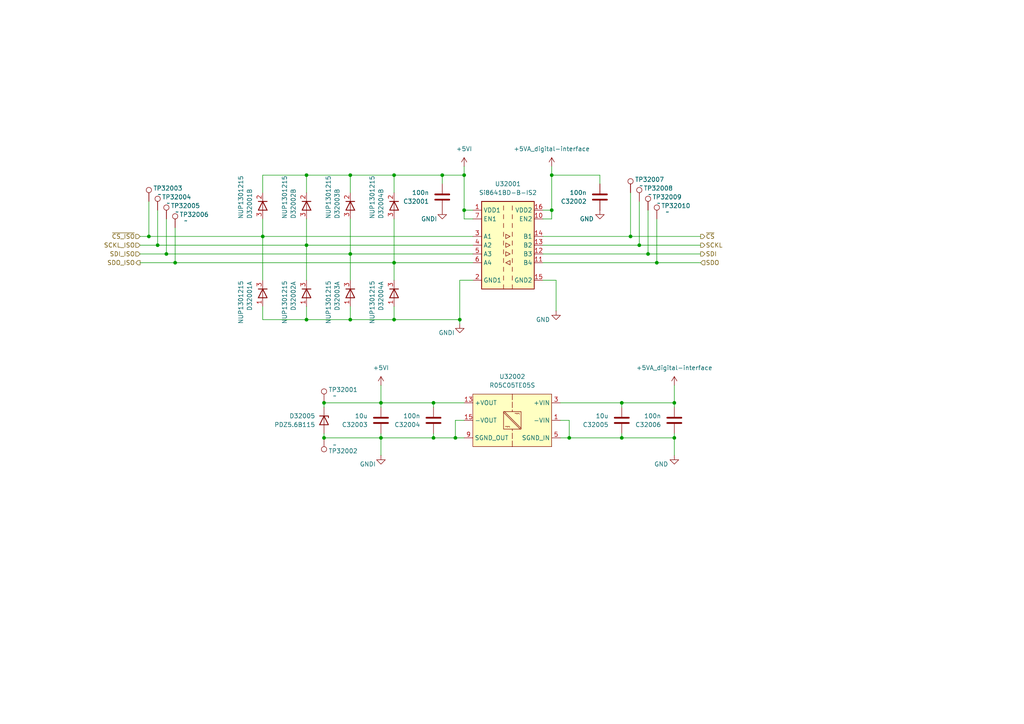
<source format=kicad_sch>
(kicad_sch
	(version 20231120)
	(generator "eeschema")
	(generator_version "8.0")
	(uuid "654afc25-d255-46ff-8b92-f01d7b1afe4f")
	(paper "A4")
	(title_block
		(title "Power Supply Sink")
		(date "2024-12-03")
		(rev "0.12.1")
		(company "Open Battery Tester")
		(comment 1 "Digital Interface")
	)
	(lib_symbols
		(symbol "Connector:TestPoint"
			(pin_numbers hide)
			(pin_names
				(offset 0.762) hide)
			(exclude_from_sim no)
			(in_bom yes)
			(on_board yes)
			(property "Reference" "TP"
				(at 0 6.858 0)
				(effects
					(font
						(size 1.27 1.27)
					)
				)
			)
			(property "Value" "TestPoint"
				(at 0 5.08 0)
				(effects
					(font
						(size 1.27 1.27)
					)
				)
			)
			(property "Footprint" ""
				(at 5.08 0 0)
				(effects
					(font
						(size 1.27 1.27)
					)
					(hide yes)
				)
			)
			(property "Datasheet" "~"
				(at 5.08 0 0)
				(effects
					(font
						(size 1.27 1.27)
					)
					(hide yes)
				)
			)
			(property "Description" "test point"
				(at 0 0 0)
				(effects
					(font
						(size 1.27 1.27)
					)
					(hide yes)
				)
			)
			(property "ki_keywords" "test point tp"
				(at 0 0 0)
				(effects
					(font
						(size 1.27 1.27)
					)
					(hide yes)
				)
			)
			(property "ki_fp_filters" "Pin* Test*"
				(at 0 0 0)
				(effects
					(font
						(size 1.27 1.27)
					)
					(hide yes)
				)
			)
			(symbol "TestPoint_0_1"
				(circle
					(center 0 3.302)
					(radius 0.762)
					(stroke
						(width 0)
						(type default)
					)
					(fill
						(type none)
					)
				)
			)
			(symbol "TestPoint_1_1"
				(pin passive line
					(at 0 0 90)
					(length 2.54)
					(name "1"
						(effects
							(font
								(size 1.27 1.27)
							)
						)
					)
					(number "1"
						(effects
							(font
								(size 1.27 1.27)
							)
						)
					)
				)
			)
		)
		(symbol "Device:D_Dual_Series_AKC_Split"
			(pin_names
				(offset 0.762) hide)
			(exclude_from_sim no)
			(in_bom yes)
			(on_board yes)
			(property "Reference" "D"
				(at 0 2.54 0)
				(effects
					(font
						(size 1.27 1.27)
					)
				)
			)
			(property "Value" "D_Dual_Series_AKC_Split"
				(at 0 -2.54 0)
				(effects
					(font
						(size 1.27 1.27)
					)
				)
			)
			(property "Footprint" ""
				(at -2.54 -2.54 0)
				(effects
					(font
						(size 1.27 1.27)
					)
					(hide yes)
				)
			)
			(property "Datasheet" "~"
				(at -2.54 -2.54 0)
				(effects
					(font
						(size 1.27 1.27)
					)
					(hide yes)
				)
			)
			(property "Description" "Dual diode, anode/cathode/center"
				(at 0 0 0)
				(effects
					(font
						(size 1.27 1.27)
					)
					(hide yes)
				)
			)
			(property "ki_locked" ""
				(at 0 0 0)
				(effects
					(font
						(size 1.27 1.27)
					)
				)
			)
			(property "ki_keywords" "diode"
				(at 0 0 0)
				(effects
					(font
						(size 1.27 1.27)
					)
					(hide yes)
				)
			)
			(symbol "D_Dual_Series_AKC_Split_0_1"
				(pin passive line
					(at 3.81 0 180)
					(length 2.54)
					(name "K"
						(effects
							(font
								(size 1.27 1.27)
							)
						)
					)
					(number "3"
						(effects
							(font
								(size 1.27 1.27)
							)
						)
					)
				)
			)
			(symbol "D_Dual_Series_AKC_Split_1_0"
				(polyline
					(pts
						(xy 1.27 1.27) (xy 1.27 -1.27)
					)
					(stroke
						(width 0.254)
						(type default)
					)
					(fill
						(type none)
					)
				)
			)
			(symbol "D_Dual_Series_AKC_Split_1_1"
				(polyline
					(pts
						(xy 1.27 0) (xy -1.27 0)
					)
					(stroke
						(width 0)
						(type default)
					)
					(fill
						(type none)
					)
				)
				(polyline
					(pts
						(xy -1.27 1.27) (xy 1.27 0) (xy -1.27 -1.27) (xy -1.27 1.27) (xy -1.27 1.27) (xy -1.27 1.27)
					)
					(stroke
						(width 0.254)
						(type default)
					)
					(fill
						(type none)
					)
				)
				(pin passive line
					(at -3.81 0 0)
					(length 2.54)
					(name "A"
						(effects
							(font
								(size 1.27 1.27)
							)
						)
					)
					(number "1"
						(effects
							(font
								(size 1.27 1.27)
							)
						)
					)
				)
			)
			(symbol "D_Dual_Series_AKC_Split_2_0"
				(polyline
					(pts
						(xy -1.27 1.27) (xy -1.27 -1.27)
					)
					(stroke
						(width 0.254)
						(type default)
					)
					(fill
						(type none)
					)
				)
			)
			(symbol "D_Dual_Series_AKC_Split_2_1"
				(polyline
					(pts
						(xy -1.27 0) (xy 1.27 0)
					)
					(stroke
						(width 0)
						(type default)
					)
					(fill
						(type none)
					)
				)
				(polyline
					(pts
						(xy 1.27 1.27) (xy -1.27 0) (xy 1.27 -1.27) (xy 1.27 1.27) (xy 1.27 1.27) (xy 1.27 1.27)
					)
					(stroke
						(width 0.254)
						(type default)
					)
					(fill
						(type none)
					)
				)
				(pin passive line
					(at -3.81 0 0)
					(length 2.54)
					(name "K"
						(effects
							(font
								(size 1.27 1.27)
							)
						)
					)
					(number "2"
						(effects
							(font
								(size 1.27 1.27)
							)
						)
					)
				)
			)
		)
		(symbol "Device:D_Zener"
			(pin_numbers hide)
			(pin_names
				(offset 1.016) hide)
			(exclude_from_sim no)
			(in_bom yes)
			(on_board yes)
			(property "Reference" "D"
				(at 0 2.54 0)
				(effects
					(font
						(size 1.27 1.27)
					)
				)
			)
			(property "Value" "D_Zener"
				(at 0 -2.54 0)
				(effects
					(font
						(size 1.27 1.27)
					)
				)
			)
			(property "Footprint" ""
				(at 0 0 0)
				(effects
					(font
						(size 1.27 1.27)
					)
					(hide yes)
				)
			)
			(property "Datasheet" "~"
				(at 0 0 0)
				(effects
					(font
						(size 1.27 1.27)
					)
					(hide yes)
				)
			)
			(property "Description" "Zener diode"
				(at 0 0 0)
				(effects
					(font
						(size 1.27 1.27)
					)
					(hide yes)
				)
			)
			(property "ki_keywords" "diode"
				(at 0 0 0)
				(effects
					(font
						(size 1.27 1.27)
					)
					(hide yes)
				)
			)
			(property "ki_fp_filters" "TO-???* *_Diode_* *SingleDiode* D_*"
				(at 0 0 0)
				(effects
					(font
						(size 1.27 1.27)
					)
					(hide yes)
				)
			)
			(symbol "D_Zener_0_1"
				(polyline
					(pts
						(xy 1.27 0) (xy -1.27 0)
					)
					(stroke
						(width 0)
						(type default)
					)
					(fill
						(type none)
					)
				)
				(polyline
					(pts
						(xy -1.27 -1.27) (xy -1.27 1.27) (xy -0.762 1.27)
					)
					(stroke
						(width 0.254)
						(type default)
					)
					(fill
						(type none)
					)
				)
				(polyline
					(pts
						(xy 1.27 -1.27) (xy 1.27 1.27) (xy -1.27 0) (xy 1.27 -1.27)
					)
					(stroke
						(width 0.254)
						(type default)
					)
					(fill
						(type none)
					)
				)
			)
			(symbol "D_Zener_1_1"
				(pin passive line
					(at -3.81 0 0)
					(length 2.54)
					(name "K"
						(effects
							(font
								(size 1.27 1.27)
							)
						)
					)
					(number "1"
						(effects
							(font
								(size 1.27 1.27)
							)
						)
					)
				)
				(pin passive line
					(at 3.81 0 180)
					(length 2.54)
					(name "A"
						(effects
							(font
								(size 1.27 1.27)
							)
						)
					)
					(number "2"
						(effects
							(font
								(size 1.27 1.27)
							)
						)
					)
				)
			)
		)
		(symbol "Isolator:Si8641BD-B-IS2"
			(exclude_from_sim no)
			(in_bom yes)
			(on_board yes)
			(property "Reference" "U"
				(at 0 15.875 0)
				(effects
					(font
						(size 1.27 1.27)
					)
				)
			)
			(property "Value" "Si8641BD-B-IS2"
				(at 0 13.97 0)
				(effects
					(font
						(size 1.27 1.27)
					)
				)
			)
			(property "Footprint" "Package_SO:SOIC-16W_7.5x10.3mm_P1.27mm"
				(at 0 -13.97 0)
				(effects
					(font
						(size 1.27 1.27)
						(italic yes)
					)
					(hide yes)
				)
			)
			(property "Datasheet" "https://www.silabs.com/documents/public/data-sheets/si864x-datasheet.pdf"
				(at 0 10.16 0)
				(effects
					(font
						(size 1.27 1.27)
					)
					(hide yes)
				)
			)
			(property "Description" "Low-Power Quad-Channel Digital Isolator, 150Mbps, 2.5-5.5V, 5.0kV isolation, Fail-Safe Low, 8mm creepage, SOIC-16W"
				(at 0 0 0)
				(effects
					(font
						(size 1.27 1.27)
					)
					(hide yes)
				)
			)
			(property "ki_keywords" "4Ch 3In 1Out Quad Digital Isolator 150Mbps"
				(at 0 0 0)
				(effects
					(font
						(size 1.27 1.27)
					)
					(hide yes)
				)
			)
			(property "ki_fp_filters" "SOIC*7.5x10.3mm*P1.27mm*"
				(at 0 0 0)
				(effects
					(font
						(size 1.27 1.27)
					)
					(hide yes)
				)
			)
			(symbol "Si8641BD-B-IS2_0_1"
				(rectangle
					(start -7.62 12.7)
					(end 7.62 -12.7)
					(stroke
						(width 0.254)
						(type default)
					)
					(fill
						(type background)
					)
				)
				(polyline
					(pts
						(xy -1.27 -11.43) (xy -1.27 -12.7)
					)
					(stroke
						(width 0)
						(type default)
					)
					(fill
						(type none)
					)
				)
				(polyline
					(pts
						(xy -1.27 -8.89) (xy -1.27 -10.16)
					)
					(stroke
						(width 0)
						(type default)
					)
					(fill
						(type none)
					)
				)
				(polyline
					(pts
						(xy -1.27 -6.35) (xy -1.27 -7.62)
					)
					(stroke
						(width 0)
						(type default)
					)
					(fill
						(type none)
					)
				)
				(polyline
					(pts
						(xy -1.27 -3.81) (xy -1.27 -5.08)
					)
					(stroke
						(width 0)
						(type default)
					)
					(fill
						(type none)
					)
				)
				(polyline
					(pts
						(xy -1.27 -1.27) (xy -1.27 -2.54)
					)
					(stroke
						(width 0)
						(type default)
					)
					(fill
						(type none)
					)
				)
				(polyline
					(pts
						(xy -1.27 1.27) (xy -1.27 0)
					)
					(stroke
						(width 0)
						(type default)
					)
					(fill
						(type none)
					)
				)
				(polyline
					(pts
						(xy -1.27 3.81) (xy -1.27 2.54)
					)
					(stroke
						(width 0)
						(type default)
					)
					(fill
						(type none)
					)
				)
				(polyline
					(pts
						(xy -1.27 6.35) (xy -1.27 5.08)
					)
					(stroke
						(width 0)
						(type default)
					)
					(fill
						(type none)
					)
				)
				(polyline
					(pts
						(xy -1.27 8.89) (xy -1.27 7.62)
					)
					(stroke
						(width 0)
						(type default)
					)
					(fill
						(type none)
					)
				)
				(polyline
					(pts
						(xy -1.27 11.43) (xy -1.27 10.16)
					)
					(stroke
						(width 0)
						(type default)
					)
					(fill
						(type none)
					)
				)
				(polyline
					(pts
						(xy 1.27 -11.43) (xy 1.27 -12.7)
					)
					(stroke
						(width 0)
						(type default)
					)
					(fill
						(type none)
					)
				)
				(polyline
					(pts
						(xy 1.27 -8.89) (xy 1.27 -10.16)
					)
					(stroke
						(width 0)
						(type default)
					)
					(fill
						(type none)
					)
				)
				(polyline
					(pts
						(xy 1.27 -6.35) (xy 1.27 -7.62)
					)
					(stroke
						(width 0)
						(type default)
					)
					(fill
						(type none)
					)
				)
				(polyline
					(pts
						(xy 1.27 -3.81) (xy 1.27 -5.08)
					)
					(stroke
						(width 0)
						(type default)
					)
					(fill
						(type none)
					)
				)
				(polyline
					(pts
						(xy 1.27 -1.27) (xy 1.27 -2.54)
					)
					(stroke
						(width 0)
						(type default)
					)
					(fill
						(type none)
					)
				)
				(polyline
					(pts
						(xy 1.27 1.27) (xy 1.27 0)
					)
					(stroke
						(width 0)
						(type default)
					)
					(fill
						(type none)
					)
				)
				(polyline
					(pts
						(xy 1.27 3.81) (xy 1.27 2.54)
					)
					(stroke
						(width 0)
						(type default)
					)
					(fill
						(type none)
					)
				)
				(polyline
					(pts
						(xy 1.27 6.35) (xy 1.27 5.08)
					)
					(stroke
						(width 0)
						(type default)
					)
					(fill
						(type none)
					)
				)
				(polyline
					(pts
						(xy 1.27 8.89) (xy 1.27 7.62)
					)
					(stroke
						(width 0)
						(type default)
					)
					(fill
						(type none)
					)
				)
				(polyline
					(pts
						(xy 1.27 11.43) (xy 1.27 10.16)
					)
					(stroke
						(width 0)
						(type default)
					)
					(fill
						(type none)
					)
				)
				(polyline
					(pts
						(xy -0.635 -5.08) (xy 0.635 -4.445) (xy 0.635 -5.715) (xy -0.635 -5.08)
					)
					(stroke
						(width 0)
						(type default)
					)
					(fill
						(type none)
					)
				)
				(polyline
					(pts
						(xy -0.635 0.635) (xy -0.635 -0.635) (xy 0.635 0) (xy -0.635 0.635)
					)
					(stroke
						(width 0)
						(type default)
					)
					(fill
						(type none)
					)
				)
				(polyline
					(pts
						(xy -0.635 3.175) (xy -0.635 1.905) (xy 0.635 2.54) (xy -0.635 3.175)
					)
					(stroke
						(width 0)
						(type default)
					)
					(fill
						(type none)
					)
				)
				(polyline
					(pts
						(xy 0.635 -2.54) (xy -0.635 -1.905) (xy -0.635 -3.175) (xy 0.635 -2.54)
					)
					(stroke
						(width 0)
						(type default)
					)
					(fill
						(type none)
					)
				)
			)
			(symbol "Si8641BD-B-IS2_1_1"
				(pin power_in line
					(at -10.16 10.16 0)
					(length 2.54)
					(name "VDD1"
						(effects
							(font
								(size 1.27 1.27)
							)
						)
					)
					(number "1"
						(effects
							(font
								(size 1.27 1.27)
							)
						)
					)
				)
				(pin input line
					(at 10.16 7.62 180)
					(length 2.54)
					(name "EN2"
						(effects
							(font
								(size 1.27 1.27)
							)
						)
					)
					(number "10"
						(effects
							(font
								(size 1.27 1.27)
							)
						)
					)
				)
				(pin input line
					(at 10.16 -5.08 180)
					(length 2.54)
					(name "B4"
						(effects
							(font
								(size 1.27 1.27)
							)
						)
					)
					(number "11"
						(effects
							(font
								(size 1.27 1.27)
							)
						)
					)
				)
				(pin output line
					(at 10.16 -2.54 180)
					(length 2.54)
					(name "B3"
						(effects
							(font
								(size 1.27 1.27)
							)
						)
					)
					(number "12"
						(effects
							(font
								(size 1.27 1.27)
							)
						)
					)
				)
				(pin output line
					(at 10.16 0 180)
					(length 2.54)
					(name "B2"
						(effects
							(font
								(size 1.27 1.27)
							)
						)
					)
					(number "13"
						(effects
							(font
								(size 1.27 1.27)
							)
						)
					)
				)
				(pin output line
					(at 10.16 2.54 180)
					(length 2.54)
					(name "B1"
						(effects
							(font
								(size 1.27 1.27)
							)
						)
					)
					(number "14"
						(effects
							(font
								(size 1.27 1.27)
							)
						)
					)
				)
				(pin power_in line
					(at 10.16 -10.16 180)
					(length 2.54)
					(name "GND2"
						(effects
							(font
								(size 1.27 1.27)
							)
						)
					)
					(number "15"
						(effects
							(font
								(size 1.27 1.27)
							)
						)
					)
				)
				(pin power_in line
					(at 10.16 10.16 180)
					(length 2.54)
					(name "VDD2"
						(effects
							(font
								(size 1.27 1.27)
							)
						)
					)
					(number "16"
						(effects
							(font
								(size 1.27 1.27)
							)
						)
					)
				)
				(pin power_in line
					(at -10.16 -10.16 0)
					(length 2.54)
					(name "GND1"
						(effects
							(font
								(size 1.27 1.27)
							)
						)
					)
					(number "2"
						(effects
							(font
								(size 1.27 1.27)
							)
						)
					)
				)
				(pin input line
					(at -10.16 2.54 0)
					(length 2.54)
					(name "A1"
						(effects
							(font
								(size 1.27 1.27)
							)
						)
					)
					(number "3"
						(effects
							(font
								(size 1.27 1.27)
							)
						)
					)
				)
				(pin input line
					(at -10.16 0 0)
					(length 2.54)
					(name "A2"
						(effects
							(font
								(size 1.27 1.27)
							)
						)
					)
					(number "4"
						(effects
							(font
								(size 1.27 1.27)
							)
						)
					)
				)
				(pin input line
					(at -10.16 -2.54 0)
					(length 2.54)
					(name "A3"
						(effects
							(font
								(size 1.27 1.27)
							)
						)
					)
					(number "5"
						(effects
							(font
								(size 1.27 1.27)
							)
						)
					)
				)
				(pin output line
					(at -10.16 -5.08 0)
					(length 2.54)
					(name "A4"
						(effects
							(font
								(size 1.27 1.27)
							)
						)
					)
					(number "6"
						(effects
							(font
								(size 1.27 1.27)
							)
						)
					)
				)
				(pin input line
					(at -10.16 7.62 0)
					(length 2.54)
					(name "EN1"
						(effects
							(font
								(size 1.27 1.27)
							)
						)
					)
					(number "7"
						(effects
							(font
								(size 1.27 1.27)
							)
						)
					)
				)
				(pin passive line
					(at -10.16 -10.16 0)
					(length 2.54) hide
					(name "GND1"
						(effects
							(font
								(size 1.27 1.27)
							)
						)
					)
					(number "8"
						(effects
							(font
								(size 1.27 1.27)
							)
						)
					)
				)
				(pin passive line
					(at 10.16 -10.16 180)
					(length 2.54) hide
					(name "GND2"
						(effects
							(font
								(size 1.27 1.27)
							)
						)
					)
					(number "9"
						(effects
							(font
								(size 1.27 1.27)
							)
						)
					)
				)
			)
		)
		(symbol "pss:+5VA_digital-interface"
			(power)
			(pin_numbers hide)
			(pin_names
				(offset 0) hide)
			(exclude_from_sim no)
			(in_bom yes)
			(on_board yes)
			(property "Reference" "#PWR"
				(at 0 -3.81 0)
				(effects
					(font
						(size 1.27 1.27)
					)
					(hide yes)
				)
			)
			(property "Value" "+5VA_digital-interface"
				(at 0 3.556 0)
				(effects
					(font
						(size 1.27 1.27)
					)
				)
			)
			(property "Footprint" ""
				(at 0 0 0)
				(effects
					(font
						(size 1.27 1.27)
					)
					(hide yes)
				)
			)
			(property "Datasheet" ""
				(at 0 0 0)
				(effects
					(font
						(size 1.27 1.27)
					)
					(hide yes)
				)
			)
			(property "Description" ""
				(at 0 0 0)
				(effects
					(font
						(size 1.27 1.27)
					)
					(hide yes)
				)
			)
			(property "ki_keywords" "global power"
				(at 0 0 0)
				(effects
					(font
						(size 1.27 1.27)
					)
					(hide yes)
				)
			)
			(symbol "+5VA_digital-interface_0_1"
				(polyline
					(pts
						(xy -0.762 1.27) (xy 0 2.54)
					)
					(stroke
						(width 0)
						(type default)
					)
					(fill
						(type none)
					)
				)
				(polyline
					(pts
						(xy 0 0) (xy 0 2.54)
					)
					(stroke
						(width 0)
						(type default)
					)
					(fill
						(type none)
					)
				)
				(polyline
					(pts
						(xy 0 2.54) (xy 0.762 1.27)
					)
					(stroke
						(width 0)
						(type default)
					)
					(fill
						(type none)
					)
				)
			)
			(symbol "+5VA_digital-interface_1_1"
				(pin power_in line
					(at 0 0 90)
					(length 0)
					(name "~"
						(effects
							(font
								(size 1.27 1.27)
							)
						)
					)
					(number "1"
						(effects
							(font
								(size 1.27 1.27)
							)
						)
					)
				)
			)
		)
		(symbol "pss:+5VI"
			(power)
			(pin_numbers hide)
			(pin_names
				(offset 0) hide)
			(exclude_from_sim no)
			(in_bom yes)
			(on_board yes)
			(property "Reference" "#PWR"
				(at 0 -3.81 0)
				(effects
					(font
						(size 1.27 1.27)
					)
					(hide yes)
				)
			)
			(property "Value" "+5VI"
				(at 0 3.556 0)
				(effects
					(font
						(size 1.27 1.27)
					)
				)
			)
			(property "Footprint" ""
				(at 0 0 0)
				(effects
					(font
						(size 1.27 1.27)
					)
					(hide yes)
				)
			)
			(property "Datasheet" ""
				(at 0 0 0)
				(effects
					(font
						(size 1.27 1.27)
					)
					(hide yes)
				)
			)
			(property "Description" "Power symbol creates a global label with name \"+5VI\""
				(at 0 0 0)
				(effects
					(font
						(size 1.27 1.27)
					)
					(hide yes)
				)
			)
			(property "ki_keywords" "global power"
				(at 0 0 0)
				(effects
					(font
						(size 1.27 1.27)
					)
					(hide yes)
				)
			)
			(symbol "+5VI_0_1"
				(polyline
					(pts
						(xy -0.762 1.27) (xy 0 2.54)
					)
					(stroke
						(width 0)
						(type default)
					)
					(fill
						(type none)
					)
				)
				(polyline
					(pts
						(xy 0 0) (xy 0 2.54)
					)
					(stroke
						(width 0)
						(type default)
					)
					(fill
						(type none)
					)
				)
				(polyline
					(pts
						(xy 0 2.54) (xy 0.762 1.27)
					)
					(stroke
						(width 0)
						(type default)
					)
					(fill
						(type none)
					)
				)
			)
			(symbol "+5VI_1_1"
				(pin power_in line
					(at 0 0 90)
					(length 0)
					(name "~"
						(effects
							(font
								(size 1.27 1.27)
							)
						)
					)
					(number "1"
						(effects
							(font
								(size 1.27 1.27)
							)
						)
					)
				)
			)
		)
		(symbol "pss:C"
			(pin_numbers hide)
			(pin_names
				(offset 0.254)
			)
			(exclude_from_sim no)
			(in_bom yes)
			(on_board yes)
			(property "Reference" "C"
				(at 0.635 2.54 0)
				(effects
					(font
						(size 1.27 1.27)
					)
					(justify left)
				)
			)
			(property "Value" "C"
				(at 0.635 -2.54 0)
				(effects
					(font
						(size 1.27 1.27)
					)
					(justify left)
				)
			)
			(property "Footprint" ""
				(at 0.9652 -3.81 0)
				(effects
					(font
						(size 1.27 1.27)
					)
					(hide yes)
				)
			)
			(property "Datasheet" "~"
				(at 0 0 0)
				(effects
					(font
						(size 1.27 1.27)
					)
					(hide yes)
				)
			)
			(property "Description" "Unpolarized capacitor"
				(at 0 0 0)
				(effects
					(font
						(size 1.27 1.27)
					)
					(hide yes)
				)
			)
			(property "ki_keywords" "cap capacitor"
				(at 0 0 0)
				(effects
					(font
						(size 1.27 1.27)
					)
					(hide yes)
				)
			)
			(property "ki_fp_filters" "C_*"
				(at 0 0 0)
				(effects
					(font
						(size 1.27 1.27)
					)
					(hide yes)
				)
			)
			(symbol "C_0_1"
				(polyline
					(pts
						(xy -2.032 -0.762) (xy 2.032 -0.762)
					)
					(stroke
						(width 0.508)
						(type default)
					)
					(fill
						(type none)
					)
				)
				(polyline
					(pts
						(xy -2.032 0.762) (xy 2.032 0.762)
					)
					(stroke
						(width 0.508)
						(type default)
					)
					(fill
						(type none)
					)
				)
			)
			(symbol "C_1_1"
				(pin passive line
					(at 0 3.81 270)
					(length 2.794)
					(name "~"
						(effects
							(font
								(size 1.27 1.27)
							)
						)
					)
					(number "1"
						(effects
							(font
								(size 1.27 1.27)
							)
						)
					)
				)
				(pin passive line
					(at 0 -3.81 90)
					(length 2.794)
					(name "~"
						(effects
							(font
								(size 1.27 1.27)
							)
						)
					)
					(number "2"
						(effects
							(font
								(size 1.27 1.27)
							)
						)
					)
				)
			)
		)
		(symbol "pss:GND"
			(power)
			(pin_numbers hide)
			(pin_names
				(offset 0) hide)
			(exclude_from_sim no)
			(in_bom yes)
			(on_board yes)
			(property "Reference" "#PWR"
				(at 0 -6.35 0)
				(effects
					(font
						(size 1.27 1.27)
					)
					(hide yes)
				)
			)
			(property "Value" "GND"
				(at 0 -3.81 0)
				(effects
					(font
						(size 1.27 1.27)
					)
				)
			)
			(property "Footprint" ""
				(at 0 0 0)
				(effects
					(font
						(size 1.27 1.27)
					)
					(hide yes)
				)
			)
			(property "Datasheet" ""
				(at 0 0 0)
				(effects
					(font
						(size 1.27 1.27)
					)
					(hide yes)
				)
			)
			(property "Description" "Power symbol creates a global label with name \"GND\" , ground"
				(at 0 0 0)
				(effects
					(font
						(size 1.27 1.27)
					)
					(hide yes)
				)
			)
			(property "ki_keywords" "global power"
				(at 0 0 0)
				(effects
					(font
						(size 1.27 1.27)
					)
					(hide yes)
				)
			)
			(symbol "GND_0_1"
				(polyline
					(pts
						(xy 0 0) (xy 0 -1.27) (xy 1.27 -1.27) (xy 0 -2.54) (xy -1.27 -1.27) (xy 0 -1.27)
					)
					(stroke
						(width 0)
						(type default)
					)
					(fill
						(type none)
					)
				)
			)
			(symbol "GND_1_1"
				(pin power_in line
					(at 0 0 270)
					(length 0)
					(name "~"
						(effects
							(font
								(size 1.27 1.27)
							)
						)
					)
					(number "1"
						(effects
							(font
								(size 1.27 1.27)
							)
						)
					)
				)
			)
		)
		(symbol "pss:GNDI"
			(power)
			(pin_numbers hide)
			(pin_names
				(offset 0) hide)
			(exclude_from_sim no)
			(in_bom yes)
			(on_board yes)
			(property "Reference" "#PWR"
				(at 0 -6.35 0)
				(effects
					(font
						(size 1.27 1.27)
					)
					(hide yes)
				)
			)
			(property "Value" "GNDI"
				(at 0 -3.81 0)
				(effects
					(font
						(size 1.27 1.27)
					)
				)
			)
			(property "Footprint" ""
				(at 0 0 0)
				(effects
					(font
						(size 1.27 1.27)
					)
					(hide yes)
				)
			)
			(property "Datasheet" ""
				(at 0 0 0)
				(effects
					(font
						(size 1.27 1.27)
					)
					(hide yes)
				)
			)
			(property "Description" "Power symbol creates a global label with name \"GNDI\" , ground"
				(at 0 0 0)
				(effects
					(font
						(size 1.27 1.27)
					)
					(hide yes)
				)
			)
			(property "ki_keywords" "global power"
				(at 0 0 0)
				(effects
					(font
						(size 1.27 1.27)
					)
					(hide yes)
				)
			)
			(symbol "GNDI_0_1"
				(polyline
					(pts
						(xy 0 0) (xy 0 -1.27) (xy 1.27 -1.27) (xy 0 -2.54) (xy -1.27 -1.27) (xy 0 -1.27)
					)
					(stroke
						(width 0)
						(type default)
					)
					(fill
						(type none)
					)
				)
			)
			(symbol "GNDI_1_1"
				(pin power_in line
					(at 0 0 270)
					(length 0)
					(name "~"
						(effects
							(font
								(size 1.27 1.27)
							)
						)
					)
					(number "1"
						(effects
							(font
								(size 1.27 1.27)
							)
						)
					)
				)
			)
		)
		(symbol "pss:R05C05TE05S"
			(exclude_from_sim no)
			(in_bom yes)
			(on_board yes)
			(property "Reference" "U"
				(at 0 11.43 0)
				(effects
					(font
						(size 1.27 1.27)
					)
				)
			)
			(property "Value" "R05C05TE05S"
				(at 0 8.89 0)
				(effects
					(font
						(size 1.27 1.27)
					)
				)
			)
			(property "Footprint" "Package_SO:SOIC-16W_7.5x10.3mm_P1.27mm"
				(at 0 0 0)
				(effects
					(font
						(size 1.27 1.27)
					)
					(hide yes)
				)
			)
			(property "Datasheet" "https://g.recomcdn.com/media/Datasheet/pdf/.fZe7-AHZ/.tce0d3579c4367bc096e6/Datasheet-514/RxxC05TExxS.pdf"
				(at 0 0 0)
				(effects
					(font
						(size 1.27 1.27)
					)
					(hide yes)
				)
			)
			(property "Description" "DC/DC Converter, Isolated, Regulated"
				(at 0 0 0)
				(effects
					(font
						(size 1.27 1.27)
					)
					(hide yes)
				)
			)
			(symbol "R05C05TE05S_0_0"
				(pin power_in line
					(at -13.97 0 0)
					(length 2.54)
					(name "-VIN"
						(effects
							(font
								(size 1.27 1.27)
							)
						)
					)
					(number "1"
						(effects
							(font
								(size 1.27 1.27)
							)
						)
					)
				)
				(pin passive line
					(at 13.97 -5.08 180)
					(length 2.54) hide
					(name "SGND_OUT"
						(effects
							(font
								(size 1.27 1.27)
							)
						)
					)
					(number "11"
						(effects
							(font
								(size 1.27 1.27)
							)
						)
					)
				)
				(pin passive line
					(at 13.97 -5.08 180)
					(length 2.54) hide
					(name "SGND_OUT"
						(effects
							(font
								(size 1.27 1.27)
							)
						)
					)
					(number "12"
						(effects
							(font
								(size 1.27 1.27)
							)
						)
					)
				)
				(pin power_out line
					(at 13.97 5.08 180)
					(length 2.54)
					(name "+VOUT"
						(effects
							(font
								(size 1.27 1.27)
							)
						)
					)
					(number "13"
						(effects
							(font
								(size 1.27 1.27)
							)
						)
					)
				)
				(pin passive line
					(at 13.97 5.08 180)
					(length 2.54) hide
					(name "+VOUT"
						(effects
							(font
								(size 1.27 1.27)
							)
						)
					)
					(number "14"
						(effects
							(font
								(size 1.27 1.27)
							)
						)
					)
				)
				(pin power_out line
					(at 13.97 0 180)
					(length 2.54)
					(name "-VOUT"
						(effects
							(font
								(size 1.27 1.27)
							)
						)
					)
					(number "15"
						(effects
							(font
								(size 1.27 1.27)
							)
						)
					)
				)
				(pin passive line
					(at 13.97 0 180)
					(length 2.54) hide
					(name "-VOUT"
						(effects
							(font
								(size 1.27 1.27)
							)
						)
					)
					(number "16"
						(effects
							(font
								(size 1.27 1.27)
							)
						)
					)
				)
				(pin passive line
					(at -13.97 0 0)
					(length 2.54) hide
					(name "-VIN"
						(effects
							(font
								(size 1.27 1.27)
							)
						)
					)
					(number "2"
						(effects
							(font
								(size 1.27 1.27)
							)
						)
					)
				)
				(pin power_in line
					(at -13.97 5.08 0)
					(length 2.54)
					(name "+VIN"
						(effects
							(font
								(size 1.27 1.27)
							)
						)
					)
					(number "3"
						(effects
							(font
								(size 1.27 1.27)
							)
						)
					)
				)
				(pin passive line
					(at -13.97 5.08 0)
					(length 2.54) hide
					(name "+VIN"
						(effects
							(font
								(size 1.27 1.27)
							)
						)
					)
					(number "4"
						(effects
							(font
								(size 1.27 1.27)
							)
						)
					)
				)
				(pin input line
					(at -13.97 -5.08 0)
					(length 2.54)
					(name "SGND_IN"
						(effects
							(font
								(size 1.27 1.27)
							)
						)
					)
					(number "5"
						(effects
							(font
								(size 1.27 1.27)
							)
						)
					)
				)
				(pin passive line
					(at -13.97 -5.08 0)
					(length 2.54) hide
					(name "SGND_IN"
						(effects
							(font
								(size 1.27 1.27)
							)
						)
					)
					(number "6"
						(effects
							(font
								(size 1.27 1.27)
							)
						)
					)
				)
				(pin passive line
					(at -13.97 -5.08 0)
					(length 2.54) hide
					(name "SGND_IN"
						(effects
							(font
								(size 1.27 1.27)
							)
						)
					)
					(number "7"
						(effects
							(font
								(size 1.27 1.27)
							)
						)
					)
				)
				(pin passive line
					(at -13.97 -5.08 0)
					(length 2.54) hide
					(name "SGND_IN"
						(effects
							(font
								(size 1.27 1.27)
							)
						)
					)
					(number "8"
						(effects
							(font
								(size 1.27 1.27)
							)
						)
					)
				)
				(pin input line
					(at 13.97 -5.08 180)
					(length 2.54)
					(name "SGND_OUT"
						(effects
							(font
								(size 1.27 1.27)
							)
						)
					)
					(number "9"
						(effects
							(font
								(size 1.27 1.27)
							)
						)
					)
				)
			)
			(symbol "R05C05TE05S_0_1"
				(rectangle
					(start -2.54 2.54)
					(end 2.54 -2.54)
					(stroke
						(width 0)
						(type default)
					)
					(fill
						(type none)
					)
				)
				(polyline
					(pts
						(xy -2.286 -2.54) (xy -2.286 -2.54)
					)
					(stroke
						(width 0)
						(type default)
					)
					(fill
						(type none)
					)
				)
				(polyline
					(pts
						(xy -2.032 1.778) (xy -0.762 1.778)
					)
					(stroke
						(width 0)
						(type dot)
					)
					(fill
						(type none)
					)
				)
				(polyline
					(pts
						(xy -2.032 2.032) (xy -0.762 2.032)
					)
					(stroke
						(width 0)
						(type default)
					)
					(fill
						(type none)
					)
				)
				(polyline
					(pts
						(xy -0.762 1.778) (xy -0.762 1.778)
					)
					(stroke
						(width 0)
						(type default)
					)
					(fill
						(type none)
					)
				)
				(polyline
					(pts
						(xy 0.762 -2.032) (xy 2.032 -2.032)
					)
					(stroke
						(width 0)
						(type dot)
					)
					(fill
						(type none)
					)
				)
				(polyline
					(pts
						(xy 0.762 -1.778) (xy 2.032 -1.778)
					)
					(stroke
						(width 0)
						(type default)
					)
					(fill
						(type none)
					)
				)
				(polyline
					(pts
						(xy 2.286 2.54) (xy -2.54 -2.286)
					)
					(stroke
						(width 0)
						(type default)
					)
					(fill
						(type none)
					)
				)
				(polyline
					(pts
						(xy 2.54 2.286) (xy -2.286 -2.54)
					)
					(stroke
						(width 0)
						(type default)
					)
					(fill
						(type none)
					)
				)
			)
			(symbol "R05C05TE05S_1_0"
				(pin no_connect non_logic
					(at 0 10.16 270)
					(length 2.54) hide
					(name "DNC"
						(effects
							(font
								(size 1.27 1.27)
							)
						)
					)
					(number "10"
						(effects
							(font
								(size 1.27 1.27)
							)
						)
					)
				)
			)
			(symbol "R05C05TE05S_1_1"
				(rectangle
					(start -11.43 7.62)
					(end 11.43 -7.62)
					(stroke
						(width 0)
						(type default)
					)
					(fill
						(type background)
					)
				)
				(polyline
					(pts
						(xy 0 -7.62) (xy 0 -2.54)
					)
					(stroke
						(width 0)
						(type dash)
					)
					(fill
						(type none)
					)
				)
				(polyline
					(pts
						(xy 0 7.62) (xy 0 2.54)
					)
					(stroke
						(width 0)
						(type dash)
					)
					(fill
						(type none)
					)
				)
			)
		)
	)
	(junction
		(at 128.27 50.8)
		(diameter 0)
		(color 0 0 0 0)
		(uuid "0685408c-91b1-429a-8029-6f5598b4ad91")
	)
	(junction
		(at 88.9 50.8)
		(diameter 0)
		(color 0 0 0 0)
		(uuid "150b68c8-23fc-4f70-ace4-5d7e080144c7")
	)
	(junction
		(at 132.08 127)
		(diameter 0)
		(color 0 0 0 0)
		(uuid "1c742824-b5b3-4aa3-b7f1-7c538dd79a05")
	)
	(junction
		(at 160.02 60.96)
		(diameter 0)
		(color 0 0 0 0)
		(uuid "26617663-dcb1-4f63-b7af-15920cb79ae1")
	)
	(junction
		(at 88.9 92.71)
		(diameter 0)
		(color 0 0 0 0)
		(uuid "37fb272a-32c7-47b8-a257-5ba7703569b5")
	)
	(junction
		(at 43.18 68.58)
		(diameter 0)
		(color 0 0 0 0)
		(uuid "3812e851-3b18-4ae8-bf88-8ffbaed2c973")
	)
	(junction
		(at 101.6 50.8)
		(diameter 0)
		(color 0 0 0 0)
		(uuid "39bf8de2-dbf9-44ee-b5f9-5fd2a6480ef1")
	)
	(junction
		(at 134.62 60.96)
		(diameter 0)
		(color 0 0 0 0)
		(uuid "44f669ff-b500-4f07-92d6-ae00df63c842")
	)
	(junction
		(at 114.3 50.8)
		(diameter 0)
		(color 0 0 0 0)
		(uuid "455a31f1-3b52-4386-aac5-6e0ebbfa29e2")
	)
	(junction
		(at 101.6 92.71)
		(diameter 0)
		(color 0 0 0 0)
		(uuid "47d85852-ddd3-49a9-b68d-792f9fedf13a")
	)
	(junction
		(at 93.98 127)
		(diameter 0)
		(color 0 0 0 0)
		(uuid "4e63a3bb-b21a-404f-aed8-58c606020945")
	)
	(junction
		(at 101.6 73.66)
		(diameter 0)
		(color 0 0 0 0)
		(uuid "4e68f580-d5d3-4603-a72d-284b799d43cb")
	)
	(junction
		(at 195.58 127)
		(diameter 0)
		(color 0 0 0 0)
		(uuid "515d0fa1-90e6-49ef-876a-a2f84f2fb6e9")
	)
	(junction
		(at 93.98 116.84)
		(diameter 0)
		(color 0 0 0 0)
		(uuid "521356a1-6096-4bab-bd0c-4179a18b7512")
	)
	(junction
		(at 114.3 76.2)
		(diameter 0)
		(color 0 0 0 0)
		(uuid "540b8373-bff1-42da-8fc7-cce7c57fd383")
	)
	(junction
		(at 76.2 68.58)
		(diameter 0)
		(color 0 0 0 0)
		(uuid "57e9a872-b7fd-4016-bb44-66a22dfc7210")
	)
	(junction
		(at 165.1 127)
		(diameter 0)
		(color 0 0 0 0)
		(uuid "617278bc-bb57-43e2-8df2-8c4febf0601c")
	)
	(junction
		(at 50.8 76.2)
		(diameter 0)
		(color 0 0 0 0)
		(uuid "692b4e5a-3833-46ef-93b7-ec2462852c3a")
	)
	(junction
		(at 125.73 116.84)
		(diameter 0)
		(color 0 0 0 0)
		(uuid "7041cce6-8c5d-4d4b-b3e1-9b3abb68baf3")
	)
	(junction
		(at 187.96 73.66)
		(diameter 0)
		(color 0 0 0 0)
		(uuid "70b3ecab-9d7f-46e9-bca1-6e4cff770e6b")
	)
	(junction
		(at 125.73 127)
		(diameter 0)
		(color 0 0 0 0)
		(uuid "7803286a-1641-4e4b-b45c-9636d9a9bf07")
	)
	(junction
		(at 110.49 116.84)
		(diameter 0)
		(color 0 0 0 0)
		(uuid "78043608-1eda-4455-995b-bcf49485909c")
	)
	(junction
		(at 110.49 127)
		(diameter 0)
		(color 0 0 0 0)
		(uuid "874b7172-17b3-4eca-b43e-6d101224762f")
	)
	(junction
		(at 182.88 68.58)
		(diameter 0)
		(color 0 0 0 0)
		(uuid "911f6738-74d0-4237-b9b7-c52408feba2a")
	)
	(junction
		(at 180.34 127)
		(diameter 0)
		(color 0 0 0 0)
		(uuid "9739d86a-1fdf-47b1-9cf6-1cecff66ae1d")
	)
	(junction
		(at 114.3 92.71)
		(diameter 0)
		(color 0 0 0 0)
		(uuid "9aa1f3f1-aece-4706-b160-31e078ecba21")
	)
	(junction
		(at 45.72 71.12)
		(diameter 0)
		(color 0 0 0 0)
		(uuid "9c195559-0e24-44db-ac8c-f4748e6c1de0")
	)
	(junction
		(at 133.35 92.71)
		(diameter 0)
		(color 0 0 0 0)
		(uuid "9e075301-8c03-441e-808c-fa549dee3575")
	)
	(junction
		(at 190.5 76.2)
		(diameter 0)
		(color 0 0 0 0)
		(uuid "a0ff0065-2826-439c-9b99-8ffd075db87e")
	)
	(junction
		(at 160.02 50.8)
		(diameter 0)
		(color 0 0 0 0)
		(uuid "b1151f8b-a079-4c57-a39e-fc3842a34dcb")
	)
	(junction
		(at 195.58 116.84)
		(diameter 0)
		(color 0 0 0 0)
		(uuid "ceac5b4c-f52d-4328-8ccd-0f333c391f60")
	)
	(junction
		(at 88.9 71.12)
		(diameter 0)
		(color 0 0 0 0)
		(uuid "db4b022e-35b7-4d15-8e83-f730cc84d514")
	)
	(junction
		(at 185.42 71.12)
		(diameter 0)
		(color 0 0 0 0)
		(uuid "dfb32828-e0fd-4be1-9fda-f849d41908f7")
	)
	(junction
		(at 180.34 116.84)
		(diameter 0)
		(color 0 0 0 0)
		(uuid "e1f62e45-31f5-48e3-8002-755d3c0b4def")
	)
	(junction
		(at 48.26 73.66)
		(diameter 0)
		(color 0 0 0 0)
		(uuid "f87e9378-fc0e-41a3-9124-69465105e4a4")
	)
	(junction
		(at 134.62 50.8)
		(diameter 0)
		(color 0 0 0 0)
		(uuid "f9b3f2be-4c82-42c8-9fbb-6cc04b8aeb0d")
	)
	(wire
		(pts
			(xy 110.49 116.84) (xy 110.49 111.76)
		)
		(stroke
			(width 0)
			(type default)
		)
		(uuid "00bc2ac7-c889-4e92-899b-bac9be2e2b37")
	)
	(wire
		(pts
			(xy 48.26 73.66) (xy 101.6 73.66)
		)
		(stroke
			(width 0)
			(type default)
		)
		(uuid "00d08318-7c9f-4211-b3a6-29a91db24e74")
	)
	(wire
		(pts
			(xy 114.3 92.71) (xy 133.35 92.71)
		)
		(stroke
			(width 0)
			(type default)
		)
		(uuid "05545c9a-8027-4fc2-8675-39f1bc1629b2")
	)
	(wire
		(pts
			(xy 101.6 63.5) (xy 101.6 73.66)
		)
		(stroke
			(width 0)
			(type default)
		)
		(uuid "06de9b98-501a-49bb-a23d-7f1ea9808ce6")
	)
	(wire
		(pts
			(xy 114.3 63.5) (xy 114.3 76.2)
		)
		(stroke
			(width 0)
			(type default)
		)
		(uuid "098a7274-791d-4562-8800-ef3a9ce888c7")
	)
	(wire
		(pts
			(xy 93.98 116.84) (xy 110.49 116.84)
		)
		(stroke
			(width 0)
			(type default)
		)
		(uuid "0ade1b4d-2dbc-4c9a-bde9-cfa9e656e0b1")
	)
	(wire
		(pts
			(xy 195.58 127) (xy 195.58 132.08)
		)
		(stroke
			(width 0)
			(type default)
		)
		(uuid "0be2a6c0-32fa-4dbe-afc9-c5f326659833")
	)
	(wire
		(pts
			(xy 160.02 50.8) (xy 160.02 60.96)
		)
		(stroke
			(width 0)
			(type default)
		)
		(uuid "0c349bae-c794-4d85-9dc6-0a34c18ff675")
	)
	(wire
		(pts
			(xy 161.29 90.17) (xy 161.29 81.28)
		)
		(stroke
			(width 0)
			(type default)
		)
		(uuid "14578637-7213-4792-8a42-99028e260b71")
	)
	(wire
		(pts
			(xy 40.64 76.2) (xy 50.8 76.2)
		)
		(stroke
			(width 0)
			(type default)
		)
		(uuid "17137c8d-c6d0-4463-93ac-91431b17581e")
	)
	(wire
		(pts
			(xy 134.62 50.8) (xy 134.62 60.96)
		)
		(stroke
			(width 0)
			(type default)
		)
		(uuid "20205bc0-7cbf-4492-8043-966665142107")
	)
	(wire
		(pts
			(xy 101.6 73.66) (xy 137.16 73.66)
		)
		(stroke
			(width 0)
			(type default)
		)
		(uuid "21cb308f-de5c-4893-9062-f8f1cded5d34")
	)
	(wire
		(pts
			(xy 50.8 66.04) (xy 50.8 76.2)
		)
		(stroke
			(width 0)
			(type default)
		)
		(uuid "22e941c7-6159-440f-a694-2ef1f542c4c8")
	)
	(wire
		(pts
			(xy 76.2 68.58) (xy 76.2 81.28)
		)
		(stroke
			(width 0)
			(type default)
		)
		(uuid "282c83fa-5c26-43f9-84a5-9b38e1dd980e")
	)
	(wire
		(pts
			(xy 190.5 76.2) (xy 203.2 76.2)
		)
		(stroke
			(width 0)
			(type default)
		)
		(uuid "283b1f69-9dbc-45f6-a515-e703d5dde2a8")
	)
	(wire
		(pts
			(xy 185.42 71.12) (xy 203.2 71.12)
		)
		(stroke
			(width 0)
			(type default)
		)
		(uuid "290af675-da3b-4906-80e1-c7df9638211e")
	)
	(wire
		(pts
			(xy 132.08 121.92) (xy 132.08 127)
		)
		(stroke
			(width 0)
			(type default)
		)
		(uuid "2a206b3f-f73d-42a9-9936-94e61585acdf")
	)
	(wire
		(pts
			(xy 110.49 125.73) (xy 110.49 127)
		)
		(stroke
			(width 0)
			(type default)
		)
		(uuid "2e24779b-d6b5-4bce-9cb1-3bbace686ef2")
	)
	(wire
		(pts
			(xy 134.62 121.92) (xy 132.08 121.92)
		)
		(stroke
			(width 0)
			(type default)
		)
		(uuid "32eb0e85-81fd-4b1b-9764-bc929a9f0bd7")
	)
	(wire
		(pts
			(xy 173.99 50.8) (xy 173.99 53.34)
		)
		(stroke
			(width 0)
			(type default)
		)
		(uuid "33503daf-b650-43aa-9a7f-7fc2df06cd44")
	)
	(wire
		(pts
			(xy 88.9 55.88) (xy 88.9 50.8)
		)
		(stroke
			(width 0)
			(type default)
		)
		(uuid "33b3ffb8-83b5-4142-b849-8bfcb409df32")
	)
	(wire
		(pts
			(xy 134.62 48.26) (xy 134.62 50.8)
		)
		(stroke
			(width 0)
			(type default)
		)
		(uuid "36585068-c380-4509-99ae-0393b4dc71b1")
	)
	(wire
		(pts
			(xy 114.3 50.8) (xy 128.27 50.8)
		)
		(stroke
			(width 0)
			(type default)
		)
		(uuid "38b6e37d-12f8-493f-b71f-252fdb1907de")
	)
	(wire
		(pts
			(xy 88.9 50.8) (xy 101.6 50.8)
		)
		(stroke
			(width 0)
			(type default)
		)
		(uuid "3d6e1f0b-2311-49db-b92f-f5332b1133e4")
	)
	(wire
		(pts
			(xy 187.96 73.66) (xy 203.2 73.66)
		)
		(stroke
			(width 0)
			(type default)
		)
		(uuid "3fa7893c-4d62-4487-b75a-c1ce037d782a")
	)
	(wire
		(pts
			(xy 101.6 92.71) (xy 88.9 92.71)
		)
		(stroke
			(width 0)
			(type default)
		)
		(uuid "44be5f84-4626-4751-be12-7c818d0becd9")
	)
	(wire
		(pts
			(xy 45.72 60.96) (xy 45.72 71.12)
		)
		(stroke
			(width 0)
			(type default)
		)
		(uuid "47eb577b-3d21-471e-80ae-3fe0cefa75ad")
	)
	(wire
		(pts
			(xy 114.3 55.88) (xy 114.3 50.8)
		)
		(stroke
			(width 0)
			(type default)
		)
		(uuid "4990f941-54c3-4e2e-92ce-8e348773e167")
	)
	(wire
		(pts
			(xy 195.58 111.76) (xy 195.58 116.84)
		)
		(stroke
			(width 0)
			(type default)
		)
		(uuid "4cf5725e-1a3c-4ab7-9e54-12b691451375")
	)
	(wire
		(pts
			(xy 88.9 63.5) (xy 88.9 71.12)
		)
		(stroke
			(width 0)
			(type default)
		)
		(uuid "50f0bcd6-8a69-4dcb-a090-15fea7eef05e")
	)
	(wire
		(pts
			(xy 88.9 50.8) (xy 76.2 50.8)
		)
		(stroke
			(width 0)
			(type default)
		)
		(uuid "50fe479b-a181-4358-8d8d-be8913360306")
	)
	(wire
		(pts
			(xy 76.2 63.5) (xy 76.2 68.58)
		)
		(stroke
			(width 0)
			(type default)
		)
		(uuid "51af5589-103d-4fe5-b025-c5dc069fd980")
	)
	(wire
		(pts
			(xy 133.35 81.28) (xy 137.16 81.28)
		)
		(stroke
			(width 0)
			(type default)
		)
		(uuid "5e3d7d76-9ef3-444a-9286-0704947437a4")
	)
	(wire
		(pts
			(xy 76.2 68.58) (xy 137.16 68.58)
		)
		(stroke
			(width 0)
			(type default)
		)
		(uuid "6245a03b-0e77-49bc-9769-ef859c749983")
	)
	(wire
		(pts
			(xy 187.96 60.96) (xy 187.96 73.66)
		)
		(stroke
			(width 0)
			(type default)
		)
		(uuid "66912ebe-1d66-426f-90ac-aa16cb5e2284")
	)
	(wire
		(pts
			(xy 40.64 68.58) (xy 43.18 68.58)
		)
		(stroke
			(width 0)
			(type default)
		)
		(uuid "67b1238c-9b24-4315-8c23-fb211f28eaab")
	)
	(wire
		(pts
			(xy 45.72 71.12) (xy 88.9 71.12)
		)
		(stroke
			(width 0)
			(type default)
		)
		(uuid "684a52db-fba0-4885-8bdd-8f40253e3eb3")
	)
	(wire
		(pts
			(xy 134.62 60.96) (xy 134.62 63.5)
		)
		(stroke
			(width 0)
			(type default)
		)
		(uuid "684a5843-ef2f-4914-a597-cde086b7c394")
	)
	(wire
		(pts
			(xy 76.2 92.71) (xy 76.2 88.9)
		)
		(stroke
			(width 0)
			(type default)
		)
		(uuid "687f4d25-5a8d-4398-a9d4-b1f862f3109b")
	)
	(wire
		(pts
			(xy 114.3 76.2) (xy 137.16 76.2)
		)
		(stroke
			(width 0)
			(type default)
		)
		(uuid "69c3cce6-1649-44c2-bea2-eb2393dedbfc")
	)
	(wire
		(pts
			(xy 93.98 127) (xy 110.49 127)
		)
		(stroke
			(width 0)
			(type default)
		)
		(uuid "6c66b8bc-15b9-46d9-abf4-cee42e711815")
	)
	(wire
		(pts
			(xy 50.8 76.2) (xy 114.3 76.2)
		)
		(stroke
			(width 0)
			(type default)
		)
		(uuid "6d38f60b-f95f-4af9-a8f2-fe4604dac59a")
	)
	(wire
		(pts
			(xy 101.6 55.88) (xy 101.6 50.8)
		)
		(stroke
			(width 0)
			(type default)
		)
		(uuid "72840992-6757-42d3-9ea2-090357222c63")
	)
	(wire
		(pts
			(xy 125.73 125.73) (xy 125.73 127)
		)
		(stroke
			(width 0)
			(type default)
		)
		(uuid "762ddef8-ea46-442e-831b-7de52e9ab152")
	)
	(wire
		(pts
			(xy 180.34 125.73) (xy 180.34 127)
		)
		(stroke
			(width 0)
			(type default)
		)
		(uuid "85a97600-a836-4774-8b5c-8f548020b43c")
	)
	(wire
		(pts
			(xy 185.42 58.42) (xy 185.42 71.12)
		)
		(stroke
			(width 0)
			(type default)
		)
		(uuid "87cfbe17-b6db-45df-a95a-b67a137bc964")
	)
	(wire
		(pts
			(xy 134.62 60.96) (xy 137.16 60.96)
		)
		(stroke
			(width 0)
			(type default)
		)
		(uuid "8caf1f51-f7fa-4add-a4de-442d1be56174")
	)
	(wire
		(pts
			(xy 157.48 60.96) (xy 160.02 60.96)
		)
		(stroke
			(width 0)
			(type default)
		)
		(uuid "9102245b-77c9-4049-98a1-4547cb53acad")
	)
	(wire
		(pts
			(xy 101.6 50.8) (xy 114.3 50.8)
		)
		(stroke
			(width 0)
			(type default)
		)
		(uuid "92d87eac-8f21-4395-88c4-0144569ecdbd")
	)
	(wire
		(pts
			(xy 161.29 81.28) (xy 157.48 81.28)
		)
		(stroke
			(width 0)
			(type default)
		)
		(uuid "93b5a4e6-4e75-4c0e-bd46-7f2eb2ab063b")
	)
	(wire
		(pts
			(xy 101.6 92.71) (xy 101.6 88.9)
		)
		(stroke
			(width 0)
			(type default)
		)
		(uuid "9a47c6af-8af2-453c-885b-37cc674ecde7")
	)
	(wire
		(pts
			(xy 110.49 116.84) (xy 125.73 116.84)
		)
		(stroke
			(width 0)
			(type default)
		)
		(uuid "9d3af809-9fcc-443e-965f-a9ecb6ef4e69")
	)
	(wire
		(pts
			(xy 48.26 63.5) (xy 48.26 73.66)
		)
		(stroke
			(width 0)
			(type default)
		)
		(uuid "9ff174f8-cf8e-4b68-bad4-ca814bfb738f")
	)
	(wire
		(pts
			(xy 125.73 127) (xy 132.08 127)
		)
		(stroke
			(width 0)
			(type default)
		)
		(uuid "a2ecc72e-53ef-4d46-8bb6-eb409a2b3021")
	)
	(wire
		(pts
			(xy 160.02 50.8) (xy 173.99 50.8)
		)
		(stroke
			(width 0)
			(type default)
		)
		(uuid "a338d49d-5bc3-4a06-b1fc-5541866473a9")
	)
	(wire
		(pts
			(xy 125.73 116.84) (xy 125.73 118.11)
		)
		(stroke
			(width 0)
			(type default)
		)
		(uuid "a57a270f-8df6-416b-8f73-8ec590a9321e")
	)
	(wire
		(pts
			(xy 133.35 81.28) (xy 133.35 92.71)
		)
		(stroke
			(width 0)
			(type default)
		)
		(uuid "a611a2a7-3083-4732-914b-313be617631b")
	)
	(wire
		(pts
			(xy 110.49 127) (xy 110.49 132.08)
		)
		(stroke
			(width 0)
			(type default)
		)
		(uuid "a61dcfd2-268e-4a04-bf7a-e0b807968296")
	)
	(wire
		(pts
			(xy 195.58 118.11) (xy 195.58 116.84)
		)
		(stroke
			(width 0)
			(type default)
		)
		(uuid "b01a024c-6b42-4248-b25f-39dc1b113eb6")
	)
	(wire
		(pts
			(xy 40.64 73.66) (xy 48.26 73.66)
		)
		(stroke
			(width 0)
			(type default)
		)
		(uuid "b4686613-dd25-4526-9384-849c7c4ce8da")
	)
	(wire
		(pts
			(xy 182.88 68.58) (xy 157.48 68.58)
		)
		(stroke
			(width 0)
			(type default)
		)
		(uuid "b790420b-468c-4d50-8881-8292241dd6ea")
	)
	(wire
		(pts
			(xy 110.49 127) (xy 125.73 127)
		)
		(stroke
			(width 0)
			(type default)
		)
		(uuid "b8deaac2-1574-45a3-b54b-fade248f829f")
	)
	(wire
		(pts
			(xy 88.9 92.71) (xy 88.9 88.9)
		)
		(stroke
			(width 0)
			(type default)
		)
		(uuid "ba0b1a99-d267-4d81-b9e0-7b03fe6c2377")
	)
	(wire
		(pts
			(xy 160.02 48.26) (xy 160.02 50.8)
		)
		(stroke
			(width 0)
			(type default)
		)
		(uuid "ba10897c-cacb-4e33-b701-91406f4d6104")
	)
	(wire
		(pts
			(xy 162.56 121.92) (xy 165.1 121.92)
		)
		(stroke
			(width 0)
			(type default)
		)
		(uuid "ba9b24c0-3c90-4ecb-a255-24f1d628ef62")
	)
	(wire
		(pts
			(xy 137.16 63.5) (xy 134.62 63.5)
		)
		(stroke
			(width 0)
			(type default)
		)
		(uuid "bc034f93-d58b-4289-ba7a-a8c9c80501d8")
	)
	(wire
		(pts
			(xy 93.98 125.73) (xy 93.98 127)
		)
		(stroke
			(width 0)
			(type default)
		)
		(uuid "bd0d0844-2979-4847-828b-d583e75ce9af")
	)
	(wire
		(pts
			(xy 165.1 121.92) (xy 165.1 127)
		)
		(stroke
			(width 0)
			(type default)
		)
		(uuid "bdc1d481-1e11-4ff5-803f-5f599fd6cc45")
	)
	(wire
		(pts
			(xy 165.1 127) (xy 180.34 127)
		)
		(stroke
			(width 0)
			(type default)
		)
		(uuid "c3599cfb-3e20-4912-bf97-c96935f9ab87")
	)
	(wire
		(pts
			(xy 132.08 127) (xy 134.62 127)
		)
		(stroke
			(width 0)
			(type default)
		)
		(uuid "c8e8cb83-2d71-4960-9853-f43dd21fcb20")
	)
	(wire
		(pts
			(xy 125.73 116.84) (xy 134.62 116.84)
		)
		(stroke
			(width 0)
			(type default)
		)
		(uuid "cb0d9aac-1273-478b-a340-45aceee4b963")
	)
	(wire
		(pts
			(xy 43.18 58.42) (xy 43.18 68.58)
		)
		(stroke
			(width 0)
			(type default)
		)
		(uuid "cb5d15ab-07d9-4a50-989d-3c96c7ab23d3")
	)
	(wire
		(pts
			(xy 88.9 71.12) (xy 88.9 81.28)
		)
		(stroke
			(width 0)
			(type default)
		)
		(uuid "cbfdceb6-f9c0-4157-9553-e77af598c01e")
	)
	(wire
		(pts
			(xy 195.58 127) (xy 180.34 127)
		)
		(stroke
			(width 0)
			(type default)
		)
		(uuid "cc3865ac-4523-498b-a216-96b45e4f44bc")
	)
	(wire
		(pts
			(xy 76.2 55.88) (xy 76.2 50.8)
		)
		(stroke
			(width 0)
			(type default)
		)
		(uuid "cc9a1c84-bd37-4834-9946-467782b9c669")
	)
	(wire
		(pts
			(xy 88.9 71.12) (xy 137.16 71.12)
		)
		(stroke
			(width 0)
			(type default)
		)
		(uuid "cc9ff648-0e3f-41b1-b245-752ac0ca9d5d")
	)
	(wire
		(pts
			(xy 133.35 93.98) (xy 133.35 92.71)
		)
		(stroke
			(width 0)
			(type default)
		)
		(uuid "cef94cfe-2e89-4f37-b169-0b5e9b65f07c")
	)
	(wire
		(pts
			(xy 40.64 71.12) (xy 45.72 71.12)
		)
		(stroke
			(width 0)
			(type default)
		)
		(uuid "d071ed82-c6d9-4e5a-8f01-181c3f129cc5")
	)
	(wire
		(pts
			(xy 180.34 118.11) (xy 180.34 116.84)
		)
		(stroke
			(width 0)
			(type default)
		)
		(uuid "d0cf17c0-621e-4082-bbf8-dadc9a6c822f")
	)
	(wire
		(pts
			(xy 182.88 68.58) (xy 203.2 68.58)
		)
		(stroke
			(width 0)
			(type default)
		)
		(uuid "d2647f44-6100-4153-bcd2-be01d588cec1")
	)
	(wire
		(pts
			(xy 162.56 116.84) (xy 180.34 116.84)
		)
		(stroke
			(width 0)
			(type default)
		)
		(uuid "d2f6d731-f2de-4508-866b-8d37fffcf874")
	)
	(wire
		(pts
			(xy 195.58 125.73) (xy 195.58 127)
		)
		(stroke
			(width 0)
			(type default)
		)
		(uuid "d41e279e-e45b-46af-b4f9-0bafb1aedb29")
	)
	(wire
		(pts
			(xy 157.48 73.66) (xy 187.96 73.66)
		)
		(stroke
			(width 0)
			(type default)
		)
		(uuid "d4490cb9-0d25-4940-82d1-8ce99a338f18")
	)
	(wire
		(pts
			(xy 128.27 50.8) (xy 128.27 53.34)
		)
		(stroke
			(width 0)
			(type default)
		)
		(uuid "d63218ff-416e-480a-9677-2ae8e45b47f9")
	)
	(wire
		(pts
			(xy 101.6 73.66) (xy 101.6 81.28)
		)
		(stroke
			(width 0)
			(type default)
		)
		(uuid "d6cbb213-2939-4ce0-9610-90332b038ea2")
	)
	(wire
		(pts
			(xy 157.48 63.5) (xy 160.02 63.5)
		)
		(stroke
			(width 0)
			(type default)
		)
		(uuid "d6ebf281-0f0b-496f-9400-93d850890ad4")
	)
	(wire
		(pts
			(xy 43.18 68.58) (xy 76.2 68.58)
		)
		(stroke
			(width 0)
			(type default)
		)
		(uuid "d79c8248-c255-4e0a-a3b4-9727a93b38c0")
	)
	(wire
		(pts
			(xy 114.3 76.2) (xy 114.3 81.28)
		)
		(stroke
			(width 0)
			(type default)
		)
		(uuid "ddf0eaa4-ab81-4724-93ea-53e2acff2004")
	)
	(wire
		(pts
			(xy 114.3 92.71) (xy 101.6 92.71)
		)
		(stroke
			(width 0)
			(type default)
		)
		(uuid "e3c6225f-190a-4417-87fe-39e3595ece94")
	)
	(wire
		(pts
			(xy 157.48 76.2) (xy 190.5 76.2)
		)
		(stroke
			(width 0)
			(type default)
		)
		(uuid "e54cea3b-ab94-4c15-8bdb-435d077a2f30")
	)
	(wire
		(pts
			(xy 162.56 127) (xy 165.1 127)
		)
		(stroke
			(width 0)
			(type default)
		)
		(uuid "e5a4d1ca-d2cf-41a3-813d-e39bdd3ce848")
	)
	(wire
		(pts
			(xy 160.02 63.5) (xy 160.02 60.96)
		)
		(stroke
			(width 0)
			(type default)
		)
		(uuid "e5f61902-35f7-4b36-b80a-334a1baf99f7")
	)
	(wire
		(pts
			(xy 93.98 118.11) (xy 93.98 116.84)
		)
		(stroke
			(width 0)
			(type default)
		)
		(uuid "ebab793c-203e-42f9-88c8-c5b57ac958e9")
	)
	(wire
		(pts
			(xy 157.48 71.12) (xy 185.42 71.12)
		)
		(stroke
			(width 0)
			(type default)
		)
		(uuid "ebade3f5-c96f-41cf-a35e-61fd88cda0a1")
	)
	(wire
		(pts
			(xy 182.88 55.88) (xy 182.88 68.58)
		)
		(stroke
			(width 0)
			(type default)
		)
		(uuid "ec1abc24-9d94-40d2-b292-98681be52e3c")
	)
	(wire
		(pts
			(xy 88.9 92.71) (xy 76.2 92.71)
		)
		(stroke
			(width 0)
			(type default)
		)
		(uuid "ed250f5b-2202-4f59-88aa-1e0f52ff504c")
	)
	(wire
		(pts
			(xy 195.58 116.84) (xy 180.34 116.84)
		)
		(stroke
			(width 0)
			(type default)
		)
		(uuid "ef0a1150-addc-4a75-8d0d-420157b48560")
	)
	(wire
		(pts
			(xy 114.3 92.71) (xy 114.3 88.9)
		)
		(stroke
			(width 0)
			(type default)
		)
		(uuid "f1b3c740-8a85-45e2-a74c-dd96877d7ab6")
	)
	(wire
		(pts
			(xy 190.5 63.5) (xy 190.5 76.2)
		)
		(stroke
			(width 0)
			(type default)
		)
		(uuid "fa2afc5b-0450-43c3-99fa-ce9c13fade6a")
	)
	(wire
		(pts
			(xy 110.49 118.11) (xy 110.49 116.84)
		)
		(stroke
			(width 0)
			(type default)
		)
		(uuid "fbe09185-fcce-4a60-ac8c-860bab470a29")
	)
	(wire
		(pts
			(xy 128.27 50.8) (xy 134.62 50.8)
		)
		(stroke
			(width 0)
			(type default)
		)
		(uuid "fc388db2-5120-400f-bdb6-a20e3e283154")
	)
	(hierarchical_label "SDO_ISO"
		(shape output)
		(at 40.64 76.2 180)
		(fields_autoplaced yes)
		(effects
			(font
				(size 1.27 1.27)
			)
			(justify right)
		)
		(uuid "276f6c17-a8a5-4d58-bc17-e50b7510710a")
	)
	(hierarchical_label "SCKL_ISO"
		(shape input)
		(at 40.64 71.12 180)
		(fields_autoplaced yes)
		(effects
			(font
				(size 1.27 1.27)
			)
			(justify right)
		)
		(uuid "286fc2d4-ac2e-4c53-a63d-9d359d90713d")
	)
	(hierarchical_label "~{CS}"
		(shape output)
		(at 203.2 68.58 0)
		(fields_autoplaced yes)
		(effects
			(font
				(size 1.27 1.27)
			)
			(justify left)
		)
		(uuid "4b3babe7-084a-4494-a1ef-4a0fc874533e")
	)
	(hierarchical_label "SDO"
		(shape input)
		(at 203.2 76.2 0)
		(fields_autoplaced yes)
		(effects
			(font
				(size 1.27 1.27)
			)
			(justify left)
		)
		(uuid "723d92fd-3538-40a1-98d0-05860b0fa94e")
	)
	(hierarchical_label "~{CS_ISO}"
		(shape input)
		(at 40.64 68.58 180)
		(fields_autoplaced yes)
		(effects
			(font
				(size 1.27 1.27)
			)
			(justify right)
		)
		(uuid "a2403544-271e-4d51-bd53-71051726370b")
	)
	(hierarchical_label "SDI_ISO"
		(shape input)
		(at 40.64 73.66 180)
		(fields_autoplaced yes)
		(effects
			(font
				(size 1.27 1.27)
			)
			(justify right)
		)
		(uuid "aeb91ccd-8b54-44bb-959c-51ef1b1bf308")
	)
	(hierarchical_label "SCKL"
		(shape output)
		(at 203.2 71.12 0)
		(fields_autoplaced yes)
		(effects
			(font
				(size 1.27 1.27)
			)
			(justify left)
		)
		(uuid "dedfd600-e6e7-4c7d-80b4-e4d542b52473")
	)
	(hierarchical_label "SDI"
		(shape output)
		(at 203.2 73.66 0)
		(fields_autoplaced yes)
		(effects
			(font
				(size 1.27 1.27)
			)
			(justify left)
		)
		(uuid "ee00e255-21e6-4cc4-8308-e623af357a0f")
	)
	(symbol
		(lib_id "pss:C")
		(at 195.58 121.92 180)
		(unit 1)
		(exclude_from_sim no)
		(in_bom yes)
		(on_board yes)
		(dnp no)
		(uuid "071b6ff1-a328-4514-b1e1-41a5d9cb7717")
		(property "Reference" "C32006"
			(at 191.77 123.1901 0)
			(effects
				(font
					(size 1.27 1.27)
				)
				(justify left)
			)
		)
		(property "Value" "100n"
			(at 191.77 120.6501 0)
			(effects
				(font
					(size 1.27 1.27)
				)
				(justify left)
			)
		)
		(property "Footprint" "Capacitor_SMD:C_0805_2012Metric_Pad1.18x1.45mm_HandSolder"
			(at 194.6148 118.11 0)
			(effects
				(font
					(size 1.27 1.27)
				)
				(hide yes)
			)
		)
		(property "Datasheet" "https://www.mouser.de/datasheet/2/447/KEM_C1002_X7R_SMD-3316098.pdf"
			(at 195.58 121.92 0)
			(effects
				(font
					(size 1.27 1.27)
				)
				(hide yes)
			)
		)
		(property "Description" "Unpolarized capacitor"
			(at 195.58 121.92 0)
			(effects
				(font
					(size 1.27 1.27)
				)
				(hide yes)
			)
		)
		(property "MPN" "C0805C104K3RACTU"
			(at 195.58 121.92 0)
			(effects
				(font
					(size 1.27 1.27)
				)
				(hide yes)
			)
		)
		(property "VPN" "80-C0805C104K3R"
			(at 195.58 121.92 0)
			(effects
				(font
					(size 1.27 1.27)
				)
				(hide yes)
			)
		)
		(pin "1"
			(uuid "7f6901c7-7aec-4a7e-af17-e658d5d0b33f")
		)
		(pin "2"
			(uuid "00a96954-c79f-4488-b7c4-352c8fbc594b")
		)
		(instances
			(project "pss"
				(path "/3c438cf7-9350-4e9f-8115-1deba8984176/b897581f-ab3c-41c7-9bf9-56743cb14d8d"
					(reference "C32006")
					(unit 1)
				)
			)
		)
	)
	(symbol
		(lib_id "Connector:TestPoint")
		(at 48.26 63.5 0)
		(unit 1)
		(exclude_from_sim no)
		(in_bom yes)
		(on_board yes)
		(dnp no)
		(uuid "13044785-4832-4368-b2f4-fdf80c5138e3")
		(property "Reference" "TP32005"
			(at 49.53 59.69 0)
			(effects
				(font
					(size 1.27 1.27)
				)
				(justify left)
			)
		)
		(property "Value" "~"
			(at 50.8 61.4679 0)
			(effects
				(font
					(size 1.27 1.27)
				)
				(justify left)
			)
		)
		(property "Footprint" "pss:TP_0805_2012Metric"
			(at 53.34 63.5 0)
			(effects
				(font
					(size 1.27 1.27)
				)
				(hide yes)
			)
		)
		(property "Datasheet" "https://www.koaspeer.com/pdfs/RC.pdf"
			(at 53.34 63.5 0)
			(effects
				(font
					(size 1.27 1.27)
				)
				(hide yes)
			)
		)
		(property "Description" "test point"
			(at 48.26 63.5 0)
			(effects
				(font
					(size 1.27 1.27)
				)
				(hide yes)
			)
		)
		(property "MPN" "RCTCTE"
			(at 48.26 63.5 0)
			(effects
				(font
					(size 1.27 1.27)
				)
				(hide yes)
			)
		)
		(property "VPN" "660-RCTCTE"
			(at 48.26 63.5 0)
			(effects
				(font
					(size 1.27 1.27)
				)
				(hide yes)
			)
		)
		(pin "1"
			(uuid "9d84bad5-41b2-4459-8865-21f849eccf36")
		)
		(instances
			(project "pss"
				(path "/3c438cf7-9350-4e9f-8115-1deba8984176/b897581f-ab3c-41c7-9bf9-56743cb14d8d"
					(reference "TP32005")
					(unit 1)
				)
			)
		)
	)
	(symbol
		(lib_id "Device:D_Dual_Series_AKC_Split")
		(at 114.3 85.09 90)
		(unit 1)
		(exclude_from_sim no)
		(in_bom yes)
		(on_board yes)
		(dnp no)
		(uuid "169ee018-4eed-482d-831b-87c54531ffae")
		(property "Reference" "D32004"
			(at 110.49 90.17 0)
			(effects
				(font
					(size 1.27 1.27)
				)
				(justify left)
			)
		)
		(property "Value" "NUP1301215"
			(at 107.95 93.98 0)
			(effects
				(font
					(size 1.27 1.27)
				)
				(justify left)
			)
		)
		(property "Footprint" "Package_TO_SOT_SMD:SOT-23_Handsoldering"
			(at 116.84 87.63 0)
			(effects
				(font
					(size 1.27 1.27)
				)
				(hide yes)
			)
		)
		(property "Datasheet" "https://assets.nexperia.com/documents/data-sheet/NUP1301.pdf"
			(at 116.84 87.63 0)
			(effects
				(font
					(size 1.27 1.27)
				)
				(hide yes)
			)
		)
		(property "Description" "Dual diode, anode/cathode/center"
			(at 114.3 85.09 0)
			(effects
				(font
					(size 1.27 1.27)
				)
				(hide yes)
			)
		)
		(property "MPN" "NUP1301,215"
			(at 114.3 85.09 0)
			(effects
				(font
					(size 1.27 1.27)
				)
				(hide yes)
			)
		)
		(property "VPN" "771-NUP1301215"
			(at 114.3 85.09 0)
			(effects
				(font
					(size 1.27 1.27)
				)
				(hide yes)
			)
		)
		(pin "3"
			(uuid "d645ba70-a223-49cd-b628-780f6078ad00")
		)
		(pin "2"
			(uuid "ca7e8fc8-cffd-4004-9440-0c5a44d6a759")
		)
		(pin "1"
			(uuid "247d45fd-0959-45d0-917f-f2ecb4657af1")
		)
		(instances
			(project "pss"
				(path "/3c438cf7-9350-4e9f-8115-1deba8984176/b897581f-ab3c-41c7-9bf9-56743cb14d8d"
					(reference "D32004")
					(unit 1)
				)
			)
		)
	)
	(symbol
		(lib_id "Connector:TestPoint")
		(at 185.42 58.42 0)
		(unit 1)
		(exclude_from_sim no)
		(in_bom yes)
		(on_board yes)
		(dnp no)
		(uuid "1900c861-f76f-4648-8b43-6cda905048ba")
		(property "Reference" "TP32008"
			(at 186.69 54.61 0)
			(effects
				(font
					(size 1.27 1.27)
				)
				(justify left)
			)
		)
		(property "Value" "~"
			(at 187.96 56.3879 0)
			(effects
				(font
					(size 1.27 1.27)
				)
				(justify left)
			)
		)
		(property "Footprint" "pss:TP_0805_2012Metric"
			(at 190.5 58.42 0)
			(effects
				(font
					(size 1.27 1.27)
				)
				(hide yes)
			)
		)
		(property "Datasheet" "https://www.koaspeer.com/pdfs/RC.pdf"
			(at 190.5 58.42 0)
			(effects
				(font
					(size 1.27 1.27)
				)
				(hide yes)
			)
		)
		(property "Description" "test point"
			(at 185.42 58.42 0)
			(effects
				(font
					(size 1.27 1.27)
				)
				(hide yes)
			)
		)
		(property "MPN" "RCTCTE"
			(at 185.42 58.42 0)
			(effects
				(font
					(size 1.27 1.27)
				)
				(hide yes)
			)
		)
		(property "VPN" "660-RCTCTE"
			(at 185.42 58.42 0)
			(effects
				(font
					(size 1.27 1.27)
				)
				(hide yes)
			)
		)
		(pin "1"
			(uuid "1f7aca2b-aae6-4aa4-aafe-853b33519f5e")
		)
		(instances
			(project "pss"
				(path "/3c438cf7-9350-4e9f-8115-1deba8984176/b897581f-ab3c-41c7-9bf9-56743cb14d8d"
					(reference "TP32008")
					(unit 1)
				)
			)
		)
	)
	(symbol
		(lib_id "pss:GNDI")
		(at 133.35 93.98 0)
		(unit 1)
		(exclude_from_sim no)
		(in_bom yes)
		(on_board yes)
		(dnp no)
		(uuid "1e50dfb2-3c1e-4a48-92e1-f14d82f3d5d1")
		(property "Reference" "#PWR032004"
			(at 133.35 100.33 0)
			(effects
				(font
					(size 1.27 1.27)
				)
				(hide yes)
			)
		)
		(property "Value" "GNDI"
			(at 129.54 96.52 0)
			(effects
				(font
					(size 1.27 1.27)
				)
			)
		)
		(property "Footprint" ""
			(at 133.35 93.98 0)
			(effects
				(font
					(size 1.27 1.27)
				)
				(hide yes)
			)
		)
		(property "Datasheet" ""
			(at 133.35 93.98 0)
			(effects
				(font
					(size 1.27 1.27)
				)
				(hide yes)
			)
		)
		(property "Description" "Power symbol creates a global label with name \"GNDI\" , ground"
			(at 133.35 93.98 0)
			(effects
				(font
					(size 1.27 1.27)
				)
				(hide yes)
			)
		)
		(pin "1"
			(uuid "2f2ab063-da45-4b4e-8a9d-673008212923")
		)
		(instances
			(project "pss"
				(path "/3c438cf7-9350-4e9f-8115-1deba8984176/b897581f-ab3c-41c7-9bf9-56743cb14d8d"
					(reference "#PWR032004")
					(unit 1)
				)
			)
		)
	)
	(symbol
		(lib_id "pss:C")
		(at 173.99 57.15 180)
		(unit 1)
		(exclude_from_sim no)
		(in_bom yes)
		(on_board yes)
		(dnp no)
		(uuid "1ff374bc-0718-4f61-ab58-348037cb6646")
		(property "Reference" "C32002"
			(at 170.18 58.4201 0)
			(effects
				(font
					(size 1.27 1.27)
				)
				(justify left)
			)
		)
		(property "Value" "100n"
			(at 170.18 55.8801 0)
			(effects
				(font
					(size 1.27 1.27)
				)
				(justify left)
			)
		)
		(property "Footprint" "Capacitor_SMD:C_0805_2012Metric_Pad1.18x1.45mm_HandSolder"
			(at 173.0248 53.34 0)
			(effects
				(font
					(size 1.27 1.27)
				)
				(hide yes)
			)
		)
		(property "Datasheet" "https://www.mouser.de/datasheet/2/447/KEM_C1002_X7R_SMD-3316098.pdf"
			(at 173.99 57.15 0)
			(effects
				(font
					(size 1.27 1.27)
				)
				(hide yes)
			)
		)
		(property "Description" "Unpolarized capacitor"
			(at 173.99 57.15 0)
			(effects
				(font
					(size 1.27 1.27)
				)
				(hide yes)
			)
		)
		(property "MPN" "C0805C104K3RACTU"
			(at 173.99 57.15 0)
			(effects
				(font
					(size 1.27 1.27)
				)
				(hide yes)
			)
		)
		(property "VPN" "80-C0805C104K3R"
			(at 173.99 57.15 0)
			(effects
				(font
					(size 1.27 1.27)
				)
				(hide yes)
			)
		)
		(pin "1"
			(uuid "339552b6-4ee2-45e6-91f1-47d100f6dfba")
		)
		(pin "2"
			(uuid "6cb625ed-6cfa-4571-9ef6-930a14cbc0a0")
		)
		(instances
			(project "pss"
				(path "/3c438cf7-9350-4e9f-8115-1deba8984176/b897581f-ab3c-41c7-9bf9-56743cb14d8d"
					(reference "C32002")
					(unit 1)
				)
			)
		)
	)
	(symbol
		(lib_id "pss:+5VA_digital-interface")
		(at 195.58 111.76 0)
		(unit 1)
		(exclude_from_sim no)
		(in_bom yes)
		(on_board yes)
		(dnp no)
		(fields_autoplaced yes)
		(uuid "2000e548-c208-4fbe-8756-c5df750e8602")
		(property "Reference" "#PWR032007"
			(at 195.58 115.57 0)
			(effects
				(font
					(size 1.27 1.27)
				)
				(hide yes)
			)
		)
		(property "Value" "+5VA_digital-interface"
			(at 195.58 106.68 0)
			(effects
				(font
					(size 1.27 1.27)
				)
			)
		)
		(property "Footprint" ""
			(at 195.58 111.76 0)
			(effects
				(font
					(size 1.27 1.27)
				)
				(hide yes)
			)
		)
		(property "Datasheet" ""
			(at 195.58 111.76 0)
			(effects
				(font
					(size 1.27 1.27)
				)
				(hide yes)
			)
		)
		(property "Description" ""
			(at 195.58 111.76 0)
			(effects
				(font
					(size 1.27 1.27)
				)
				(hide yes)
			)
		)
		(pin "1"
			(uuid "955e31e7-93b9-4d98-aa21-27c018b021bd")
		)
		(instances
			(project "pss"
				(path "/3c438cf7-9350-4e9f-8115-1deba8984176/b897581f-ab3c-41c7-9bf9-56743cb14d8d"
					(reference "#PWR032007")
					(unit 1)
				)
			)
		)
	)
	(symbol
		(lib_id "Connector:TestPoint")
		(at 43.18 58.42 0)
		(unit 1)
		(exclude_from_sim no)
		(in_bom yes)
		(on_board yes)
		(dnp no)
		(uuid "21247c24-65d6-4768-8f27-6b483441de2e")
		(property "Reference" "TP32003"
			(at 44.45 54.61 0)
			(effects
				(font
					(size 1.27 1.27)
				)
				(justify left)
			)
		)
		(property "Value" "~"
			(at 45.72 56.3879 0)
			(effects
				(font
					(size 1.27 1.27)
				)
				(justify left)
			)
		)
		(property "Footprint" "pss:TP_0805_2012Metric"
			(at 48.26 58.42 0)
			(effects
				(font
					(size 1.27 1.27)
				)
				(hide yes)
			)
		)
		(property "Datasheet" "https://www.koaspeer.com/pdfs/RC.pdf"
			(at 48.26 58.42 0)
			(effects
				(font
					(size 1.27 1.27)
				)
				(hide yes)
			)
		)
		(property "Description" "test point"
			(at 43.18 58.42 0)
			(effects
				(font
					(size 1.27 1.27)
				)
				(hide yes)
			)
		)
		(property "MPN" "RCTCTE"
			(at 43.18 58.42 0)
			(effects
				(font
					(size 1.27 1.27)
				)
				(hide yes)
			)
		)
		(property "VPN" "660-RCTCTE"
			(at 43.18 58.42 0)
			(effects
				(font
					(size 1.27 1.27)
				)
				(hide yes)
			)
		)
		(pin "1"
			(uuid "14e9aaaa-9de7-47dd-9b9d-b95f9ca155a2")
		)
		(instances
			(project "pss"
				(path "/3c438cf7-9350-4e9f-8115-1deba8984176/b897581f-ab3c-41c7-9bf9-56743cb14d8d"
					(reference "TP32003")
					(unit 1)
				)
			)
		)
	)
	(symbol
		(lib_id "pss:+5VA_digital-interface")
		(at 160.02 48.26 0)
		(unit 1)
		(exclude_from_sim no)
		(in_bom yes)
		(on_board yes)
		(dnp no)
		(fields_autoplaced yes)
		(uuid "27e82ec7-067d-42fc-8490-38a7dd6a7104")
		(property "Reference" "#PWR032001"
			(at 160.02 52.07 0)
			(effects
				(font
					(size 1.27 1.27)
				)
				(hide yes)
			)
		)
		(property "Value" "+5VA_digital-interface"
			(at 160.02 43.18 0)
			(effects
				(font
					(size 1.27 1.27)
				)
			)
		)
		(property "Footprint" ""
			(at 160.02 48.26 0)
			(effects
				(font
					(size 1.27 1.27)
				)
				(hide yes)
			)
		)
		(property "Datasheet" ""
			(at 160.02 48.26 0)
			(effects
				(font
					(size 1.27 1.27)
				)
				(hide yes)
			)
		)
		(property "Description" ""
			(at 160.02 48.26 0)
			(effects
				(font
					(size 1.27 1.27)
				)
				(hide yes)
			)
		)
		(pin "1"
			(uuid "43d79511-99fd-41b7-963a-e9ff055abfa5")
		)
		(instances
			(project "pss"
				(path "/3c438cf7-9350-4e9f-8115-1deba8984176/b897581f-ab3c-41c7-9bf9-56743cb14d8d"
					(reference "#PWR032001")
					(unit 1)
				)
			)
		)
	)
	(symbol
		(lib_id "Device:D_Dual_Series_AKC_Split")
		(at 76.2 59.69 270)
		(unit 2)
		(exclude_from_sim no)
		(in_bom yes)
		(on_board yes)
		(dnp no)
		(uuid "2d889c53-9382-40ad-bdeb-9d1c109cfa89")
		(property "Reference" "D32001"
			(at 72.39 63.5 0)
			(effects
				(font
					(size 1.27 1.27)
				)
				(justify right)
			)
		)
		(property "Value" "NUP1301215"
			(at 69.85 63.5 0)
			(effects
				(font
					(size 1.27 1.27)
				)
				(justify right)
			)
		)
		(property "Footprint" "Package_TO_SOT_SMD:SOT-23_Handsoldering"
			(at 73.66 57.15 0)
			(effects
				(font
					(size 1.27 1.27)
				)
				(hide yes)
			)
		)
		(property "Datasheet" "https://assets.nexperia.com/documents/data-sheet/NUP1301.pdf"
			(at 73.66 57.15 0)
			(effects
				(font
					(size 1.27 1.27)
				)
				(hide yes)
			)
		)
		(property "Description" "Dual diode, anode/cathode/center"
			(at 76.2 59.69 0)
			(effects
				(font
					(size 1.27 1.27)
				)
				(hide yes)
			)
		)
		(property "MPN" "NUP1301,215"
			(at 76.2 59.69 0)
			(effects
				(font
					(size 1.27 1.27)
				)
				(hide yes)
			)
		)
		(property "VPN" "771-NUP1301215"
			(at 76.2 59.69 0)
			(effects
				(font
					(size 1.27 1.27)
				)
				(hide yes)
			)
		)
		(pin "3"
			(uuid "2e997208-3a00-4b95-848c-713a9787719e")
		)
		(pin "2"
			(uuid "ca7e8fc8-cffd-4004-9440-0c5a44d6a758")
		)
		(pin "1"
			(uuid "27824430-8aa8-4a22-963e-74661532e1de")
		)
		(instances
			(project "pss"
				(path "/3c438cf7-9350-4e9f-8115-1deba8984176/b897581f-ab3c-41c7-9bf9-56743cb14d8d"
					(reference "D32001")
					(unit 2)
				)
			)
		)
	)
	(symbol
		(lib_id "Device:D_Dual_Series_AKC_Split")
		(at 88.9 59.69 270)
		(unit 2)
		(exclude_from_sim no)
		(in_bom yes)
		(on_board yes)
		(dnp no)
		(uuid "32ee16cc-c95e-4980-a6e0-188aabc1478e")
		(property "Reference" "D32002"
			(at 85.09 63.5 0)
			(effects
				(font
					(size 1.27 1.27)
				)
				(justify right)
			)
		)
		(property "Value" "NUP1301215"
			(at 82.55 63.5 0)
			(effects
				(font
					(size 1.27 1.27)
				)
				(justify right)
			)
		)
		(property "Footprint" "Package_TO_SOT_SMD:SOT-23_Handsoldering"
			(at 86.36 57.15 0)
			(effects
				(font
					(size 1.27 1.27)
				)
				(hide yes)
			)
		)
		(property "Datasheet" "https://assets.nexperia.com/documents/data-sheet/NUP1301.pdf"
			(at 86.36 57.15 0)
			(effects
				(font
					(size 1.27 1.27)
				)
				(hide yes)
			)
		)
		(property "Description" "Dual diode, anode/cathode/center"
			(at 88.9 59.69 0)
			(effects
				(font
					(size 1.27 1.27)
				)
				(hide yes)
			)
		)
		(property "MPN" "NUP1301,215"
			(at 88.9 59.69 0)
			(effects
				(font
					(size 1.27 1.27)
				)
				(hide yes)
			)
		)
		(property "VPN" "771-NUP1301215"
			(at 88.9 59.69 0)
			(effects
				(font
					(size 1.27 1.27)
				)
				(hide yes)
			)
		)
		(pin "3"
			(uuid "83775e02-a180-4d44-a00f-aee3ca052609")
		)
		(pin "2"
			(uuid "444b3697-a1c0-4bf3-9841-ee2850774888")
		)
		(pin "1"
			(uuid "27824430-8aa8-4a22-963e-74661532e1df")
		)
		(instances
			(project "pss"
				(path "/3c438cf7-9350-4e9f-8115-1deba8984176/b897581f-ab3c-41c7-9bf9-56743cb14d8d"
					(reference "D32002")
					(unit 2)
				)
			)
		)
	)
	(symbol
		(lib_id "pss:C")
		(at 180.34 121.92 180)
		(unit 1)
		(exclude_from_sim no)
		(in_bom yes)
		(on_board yes)
		(dnp no)
		(uuid "352b7d55-6034-4ad9-ab44-ef8d682cbbd2")
		(property "Reference" "C32005"
			(at 176.53 123.1901 0)
			(effects
				(font
					(size 1.27 1.27)
				)
				(justify left)
			)
		)
		(property "Value" "10u"
			(at 176.53 120.6501 0)
			(effects
				(font
					(size 1.27 1.27)
				)
				(justify left)
			)
		)
		(property "Footprint" "Capacitor_SMD:C_1210_3225Metric_Pad1.33x2.70mm_HandSolder"
			(at 179.3748 118.11 0)
			(effects
				(font
					(size 1.27 1.27)
				)
				(hide yes)
			)
		)
		(property "Datasheet" "https://www.mouser.de/datasheet/2/447/KEM_C1002_X7R_SMD-3316098.pdf"
			(at 180.34 121.92 0)
			(effects
				(font
					(size 1.27 1.27)
				)
				(hide yes)
			)
		)
		(property "Description" "Unpolarized capacitor"
			(at 180.34 121.92 0)
			(effects
				(font
					(size 1.27 1.27)
				)
				(hide yes)
			)
		)
		(property "MPN" "C1210C106K3RACTU"
			(at 180.34 121.92 0)
			(effects
				(font
					(size 1.27 1.27)
				)
				(hide yes)
			)
		)
		(property "VPN" "80-C1210C106K3R"
			(at 180.34 121.92 0)
			(effects
				(font
					(size 1.27 1.27)
				)
				(hide yes)
			)
		)
		(pin "1"
			(uuid "9dfa021a-867e-4a81-9f26-58b040068d06")
		)
		(pin "2"
			(uuid "3ffacded-0e2b-43bc-9a0e-787482397c2c")
		)
		(instances
			(project "pss"
				(path "/3c438cf7-9350-4e9f-8115-1deba8984176/b897581f-ab3c-41c7-9bf9-56743cb14d8d"
					(reference "C32005")
					(unit 1)
				)
			)
		)
	)
	(symbol
		(lib_id "Device:D_Dual_Series_AKC_Split")
		(at 114.3 59.69 270)
		(unit 2)
		(exclude_from_sim no)
		(in_bom yes)
		(on_board yes)
		(dnp no)
		(uuid "4179f6a9-ee23-49bc-a9d0-220250cfb346")
		(property "Reference" "D32004"
			(at 110.49 63.5 0)
			(effects
				(font
					(size 1.27 1.27)
				)
				(justify right)
			)
		)
		(property "Value" "NUP1301215"
			(at 107.95 63.5 0)
			(effects
				(font
					(size 1.27 1.27)
				)
				(justify right)
			)
		)
		(property "Footprint" "Package_TO_SOT_SMD:SOT-23_Handsoldering"
			(at 111.76 57.15 0)
			(effects
				(font
					(size 1.27 1.27)
				)
				(hide yes)
			)
		)
		(property "Datasheet" "https://assets.nexperia.com/documents/data-sheet/NUP1301.pdf"
			(at 111.76 57.15 0)
			(effects
				(font
					(size 1.27 1.27)
				)
				(hide yes)
			)
		)
		(property "Description" "Dual diode, anode/cathode/center"
			(at 114.3 59.69 0)
			(effects
				(font
					(size 1.27 1.27)
				)
				(hide yes)
			)
		)
		(property "MPN" "NUP1301,215"
			(at 114.3 59.69 0)
			(effects
				(font
					(size 1.27 1.27)
				)
				(hide yes)
			)
		)
		(property "VPN" "771-NUP1301215"
			(at 114.3 59.69 0)
			(effects
				(font
					(size 1.27 1.27)
				)
				(hide yes)
			)
		)
		(pin "3"
			(uuid "1aa8ff31-4b4d-458e-a14c-067645508fb9")
		)
		(pin "2"
			(uuid "a9a5fb9f-8cde-43dd-b1e6-a539c1ebf76b")
		)
		(pin "1"
			(uuid "27824430-8aa8-4a22-963e-74661532e1e0")
		)
		(instances
			(project "pss"
				(path "/3c438cf7-9350-4e9f-8115-1deba8984176/b897581f-ab3c-41c7-9bf9-56743cb14d8d"
					(reference "D32004")
					(unit 2)
				)
			)
		)
	)
	(symbol
		(lib_id "pss:GND")
		(at 195.58 132.08 0)
		(unit 1)
		(exclude_from_sim no)
		(in_bom yes)
		(on_board yes)
		(dnp no)
		(uuid "42a19ec7-333c-41f0-bed4-1bd6d0711db1")
		(property "Reference" "#PWR032008"
			(at 195.58 138.43 0)
			(effects
				(font
					(size 1.27 1.27)
				)
				(hide yes)
			)
		)
		(property "Value" "GND"
			(at 191.77 134.62 0)
			(effects
				(font
					(size 1.27 1.27)
				)
			)
		)
		(property "Footprint" ""
			(at 195.58 132.08 0)
			(effects
				(font
					(size 1.27 1.27)
				)
				(hide yes)
			)
		)
		(property "Datasheet" ""
			(at 195.58 132.08 0)
			(effects
				(font
					(size 1.27 1.27)
				)
				(hide yes)
			)
		)
		(property "Description" "Power symbol creates a global label with name \"GND\" , ground"
			(at 195.58 132.08 0)
			(effects
				(font
					(size 1.27 1.27)
				)
				(hide yes)
			)
		)
		(pin "1"
			(uuid "3b57f4a6-f893-4822-8130-7b0027e5cba0")
		)
		(instances
			(project "pss"
				(path "/3c438cf7-9350-4e9f-8115-1deba8984176/b897581f-ab3c-41c7-9bf9-56743cb14d8d"
					(reference "#PWR032008")
					(unit 1)
				)
			)
		)
	)
	(symbol
		(lib_id "Connector:TestPoint")
		(at 190.5 63.5 0)
		(unit 1)
		(exclude_from_sim no)
		(in_bom yes)
		(on_board yes)
		(dnp no)
		(uuid "45ea039c-4f4a-46b3-b6d0-aa7a17adc810")
		(property "Reference" "TP32010"
			(at 191.77 59.69 0)
			(effects
				(font
					(size 1.27 1.27)
				)
				(justify left)
			)
		)
		(property "Value" "~"
			(at 193.04 61.4679 0)
			(effects
				(font
					(size 1.27 1.27)
				)
				(justify left)
			)
		)
		(property "Footprint" "pss:TP_0805_2012Metric"
			(at 195.58 63.5 0)
			(effects
				(font
					(size 1.27 1.27)
				)
				(hide yes)
			)
		)
		(property "Datasheet" "https://www.koaspeer.com/pdfs/RC.pdf"
			(at 195.58 63.5 0)
			(effects
				(font
					(size 1.27 1.27)
				)
				(hide yes)
			)
		)
		(property "Description" "test point"
			(at 190.5 63.5 0)
			(effects
				(font
					(size 1.27 1.27)
				)
				(hide yes)
			)
		)
		(property "MPN" "RCTCTE"
			(at 190.5 63.5 0)
			(effects
				(font
					(size 1.27 1.27)
				)
				(hide yes)
			)
		)
		(property "VPN" "660-RCTCTE"
			(at 190.5 63.5 0)
			(effects
				(font
					(size 1.27 1.27)
				)
				(hide yes)
			)
		)
		(pin "1"
			(uuid "77d775ad-3fba-4a74-9506-330abcef1326")
		)
		(instances
			(project "pss"
				(path "/3c438cf7-9350-4e9f-8115-1deba8984176/b897581f-ab3c-41c7-9bf9-56743cb14d8d"
					(reference "TP32010")
					(unit 1)
				)
			)
		)
	)
	(symbol
		(lib_id "Device:D_Zener")
		(at 93.98 121.92 270)
		(unit 1)
		(exclude_from_sim no)
		(in_bom yes)
		(on_board yes)
		(dnp no)
		(uuid "5aed2a74-d6f5-4244-a8cf-abda8178ab44")
		(property "Reference" "D32005"
			(at 91.44 120.6499 90)
			(effects
				(font
					(size 1.27 1.27)
				)
				(justify right)
			)
		)
		(property "Value" "PDZ5.6B115"
			(at 91.44 123.1899 90)
			(effects
				(font
					(size 1.27 1.27)
				)
				(justify right)
			)
		)
		(property "Footprint" "Diode_SMD:D_SOD-323_HandSoldering"
			(at 93.98 121.92 0)
			(effects
				(font
					(size 1.27 1.27)
				)
				(hide yes)
			)
		)
		(property "Datasheet" "https://assets.nexperia.com/documents/data-sheet/PDZ-B_SER.pdf"
			(at 93.98 121.92 0)
			(effects
				(font
					(size 1.27 1.27)
				)
				(hide yes)
			)
		)
		(property "Description" "Zener diode"
			(at 93.98 121.92 0)
			(effects
				(font
					(size 1.27 1.27)
				)
				(hide yes)
			)
		)
		(property "MPN" "PDZ5.6B,115"
			(at 93.98 121.92 0)
			(effects
				(font
					(size 1.27 1.27)
				)
				(hide yes)
			)
		)
		(property "VPN" "771-PDZ5.6B-T/R"
			(at 93.98 121.92 0)
			(effects
				(font
					(size 1.27 1.27)
				)
				(hide yes)
			)
		)
		(pin "2"
			(uuid "4f69f2cc-f166-4769-881b-e8458ce90c1c")
		)
		(pin "1"
			(uuid "308aaa67-f370-4647-bbb0-7d248e210cba")
		)
		(instances
			(project "pss"
				(path "/3c438cf7-9350-4e9f-8115-1deba8984176/b897581f-ab3c-41c7-9bf9-56743cb14d8d"
					(reference "D32005")
					(unit 1)
				)
			)
		)
	)
	(symbol
		(lib_id "pss:+5VI")
		(at 110.49 111.76 0)
		(unit 1)
		(exclude_from_sim no)
		(in_bom yes)
		(on_board yes)
		(dnp no)
		(fields_autoplaced yes)
		(uuid "6189f6a1-300b-4a80-9692-4c0867b33ff3")
		(property "Reference" "#PWR032010"
			(at 110.49 115.57 0)
			(effects
				(font
					(size 1.27 1.27)
				)
				(hide yes)
			)
		)
		(property "Value" "+5VI"
			(at 110.49 106.68 0)
			(effects
				(font
					(size 1.27 1.27)
				)
			)
		)
		(property "Footprint" ""
			(at 110.49 111.76 0)
			(effects
				(font
					(size 1.27 1.27)
				)
				(hide yes)
			)
		)
		(property "Datasheet" ""
			(at 110.49 111.76 0)
			(effects
				(font
					(size 1.27 1.27)
				)
				(hide yes)
			)
		)
		(property "Description" "Power symbol creates a global label with name \"+5VI\""
			(at 110.49 111.76 0)
			(effects
				(font
					(size 1.27 1.27)
				)
				(hide yes)
			)
		)
		(pin "1"
			(uuid "654e21ba-a373-4082-9073-a550c444cdc0")
		)
		(instances
			(project "pss"
				(path "/3c438cf7-9350-4e9f-8115-1deba8984176/b897581f-ab3c-41c7-9bf9-56743cb14d8d"
					(reference "#PWR032010")
					(unit 1)
				)
			)
		)
	)
	(symbol
		(lib_id "pss:+5VI")
		(at 134.62 48.26 0)
		(unit 1)
		(exclude_from_sim no)
		(in_bom yes)
		(on_board yes)
		(dnp no)
		(fields_autoplaced yes)
		(uuid "67aef0ca-b9aa-4079-98ff-0c7ae9712757")
		(property "Reference" "#PWR032005"
			(at 134.62 52.07 0)
			(effects
				(font
					(size 1.27 1.27)
				)
				(hide yes)
			)
		)
		(property "Value" "+5VI"
			(at 134.62 43.18 0)
			(effects
				(font
					(size 1.27 1.27)
				)
			)
		)
		(property "Footprint" ""
			(at 134.62 48.26 0)
			(effects
				(font
					(size 1.27 1.27)
				)
				(hide yes)
			)
		)
		(property "Datasheet" ""
			(at 134.62 48.26 0)
			(effects
				(font
					(size 1.27 1.27)
				)
				(hide yes)
			)
		)
		(property "Description" "Power symbol creates a global label with name \"+5VI\""
			(at 134.62 48.26 0)
			(effects
				(font
					(size 1.27 1.27)
				)
				(hide yes)
			)
		)
		(pin "1"
			(uuid "ddcd43a2-83f4-4bc8-8793-b9d8c0fa5e46")
		)
		(instances
			(project "pss"
				(path "/3c438cf7-9350-4e9f-8115-1deba8984176/b897581f-ab3c-41c7-9bf9-56743cb14d8d"
					(reference "#PWR032005")
					(unit 1)
				)
			)
		)
	)
	(symbol
		(lib_id "pss:GNDI")
		(at 110.49 132.08 0)
		(unit 1)
		(exclude_from_sim no)
		(in_bom yes)
		(on_board yes)
		(dnp no)
		(uuid "6999b56d-d946-4819-a37b-69a0e7ea2f3a")
		(property "Reference" "#PWR032009"
			(at 110.49 138.43 0)
			(effects
				(font
					(size 1.27 1.27)
				)
				(hide yes)
			)
		)
		(property "Value" "GNDI"
			(at 106.68 134.62 0)
			(effects
				(font
					(size 1.27 1.27)
				)
			)
		)
		(property "Footprint" ""
			(at 110.49 132.08 0)
			(effects
				(font
					(size 1.27 1.27)
				)
				(hide yes)
			)
		)
		(property "Datasheet" ""
			(at 110.49 132.08 0)
			(effects
				(font
					(size 1.27 1.27)
				)
				(hide yes)
			)
		)
		(property "Description" "Power symbol creates a global label with name \"GNDI\" , ground"
			(at 110.49 132.08 0)
			(effects
				(font
					(size 1.27 1.27)
				)
				(hide yes)
			)
		)
		(pin "1"
			(uuid "9617bfba-26c9-4fe5-975e-e3d477a24369")
		)
		(instances
			(project "pss"
				(path "/3c438cf7-9350-4e9f-8115-1deba8984176/b897581f-ab3c-41c7-9bf9-56743cb14d8d"
					(reference "#PWR032009")
					(unit 1)
				)
			)
		)
	)
	(symbol
		(lib_id "Connector:TestPoint")
		(at 50.8 66.04 0)
		(unit 1)
		(exclude_from_sim no)
		(in_bom yes)
		(on_board yes)
		(dnp no)
		(uuid "6a637a76-3d96-4c46-bd1a-4d5e3629c6e0")
		(property "Reference" "TP32006"
			(at 52.07 62.23 0)
			(effects
				(font
					(size 1.27 1.27)
				)
				(justify left)
			)
		)
		(property "Value" "~"
			(at 53.34 64.0079 0)
			(effects
				(font
					(size 1.27 1.27)
				)
				(justify left)
			)
		)
		(property "Footprint" "pss:TP_0805_2012Metric"
			(at 55.88 66.04 0)
			(effects
				(font
					(size 1.27 1.27)
				)
				(hide yes)
			)
		)
		(property "Datasheet" "https://www.koaspeer.com/pdfs/RC.pdf"
			(at 55.88 66.04 0)
			(effects
				(font
					(size 1.27 1.27)
				)
				(hide yes)
			)
		)
		(property "Description" "test point"
			(at 50.8 66.04 0)
			(effects
				(font
					(size 1.27 1.27)
				)
				(hide yes)
			)
		)
		(property "MPN" "RCTCTE"
			(at 50.8 66.04 0)
			(effects
				(font
					(size 1.27 1.27)
				)
				(hide yes)
			)
		)
		(property "VPN" "660-RCTCTE"
			(at 50.8 66.04 0)
			(effects
				(font
					(size 1.27 1.27)
				)
				(hide yes)
			)
		)
		(pin "1"
			(uuid "eb394d6b-302e-49c3-a58e-042fbfaaa50c")
		)
		(instances
			(project "pss"
				(path "/3c438cf7-9350-4e9f-8115-1deba8984176/b897581f-ab3c-41c7-9bf9-56743cb14d8d"
					(reference "TP32006")
					(unit 1)
				)
			)
		)
	)
	(symbol
		(lib_id "pss:C")
		(at 110.49 121.92 180)
		(unit 1)
		(exclude_from_sim no)
		(in_bom yes)
		(on_board yes)
		(dnp no)
		(uuid "78c6a6b4-af26-472b-ab8a-67d9aa7dd3e7")
		(property "Reference" "C32003"
			(at 106.68 123.1901 0)
			(effects
				(font
					(size 1.27 1.27)
				)
				(justify left)
			)
		)
		(property "Value" "10u"
			(at 106.68 120.6501 0)
			(effects
				(font
					(size 1.27 1.27)
				)
				(justify left)
			)
		)
		(property "Footprint" "Capacitor_SMD:C_1210_3225Metric_Pad1.33x2.70mm_HandSolder"
			(at 109.5248 118.11 0)
			(effects
				(font
					(size 1.27 1.27)
				)
				(hide yes)
			)
		)
		(property "Datasheet" "https://www.mouser.de/datasheet/2/447/KEM_C1002_X7R_SMD-3316098.pdf"
			(at 110.49 121.92 0)
			(effects
				(font
					(size 1.27 1.27)
				)
				(hide yes)
			)
		)
		(property "Description" "Unpolarized capacitor"
			(at 110.49 121.92 0)
			(effects
				(font
					(size 1.27 1.27)
				)
				(hide yes)
			)
		)
		(property "MPN" "C1210C106K3RACTU"
			(at 110.49 121.92 0)
			(effects
				(font
					(size 1.27 1.27)
				)
				(hide yes)
			)
		)
		(property "VPN" "80-C1210C106K3R"
			(at 110.49 121.92 0)
			(effects
				(font
					(size 1.27 1.27)
				)
				(hide yes)
			)
		)
		(pin "1"
			(uuid "3a953f21-a8da-4aab-8312-ce2b68f96ef0")
		)
		(pin "2"
			(uuid "847b5f0a-d742-4e2c-a2e0-0bc5f34ea72d")
		)
		(instances
			(project "pss"
				(path "/3c438cf7-9350-4e9f-8115-1deba8984176/b897581f-ab3c-41c7-9bf9-56743cb14d8d"
					(reference "C32003")
					(unit 1)
				)
			)
		)
	)
	(symbol
		(lib_id "Connector:TestPoint")
		(at 187.96 60.96 0)
		(unit 1)
		(exclude_from_sim no)
		(in_bom yes)
		(on_board yes)
		(dnp no)
		(uuid "8d083102-4f9f-4269-90f3-5b157e77b2db")
		(property "Reference" "TP32009"
			(at 189.23 57.15 0)
			(effects
				(font
					(size 1.27 1.27)
				)
				(justify left)
			)
		)
		(property "Value" "~"
			(at 190.5 58.9279 0)
			(effects
				(font
					(size 1.27 1.27)
				)
				(justify left)
			)
		)
		(property "Footprint" "pss:TP_0805_2012Metric"
			(at 193.04 60.96 0)
			(effects
				(font
					(size 1.27 1.27)
				)
				(hide yes)
			)
		)
		(property "Datasheet" "https://www.koaspeer.com/pdfs/RC.pdf"
			(at 193.04 60.96 0)
			(effects
				(font
					(size 1.27 1.27)
				)
				(hide yes)
			)
		)
		(property "Description" "test point"
			(at 187.96 60.96 0)
			(effects
				(font
					(size 1.27 1.27)
				)
				(hide yes)
			)
		)
		(property "MPN" "RCTCTE"
			(at 187.96 60.96 0)
			(effects
				(font
					(size 1.27 1.27)
				)
				(hide yes)
			)
		)
		(property "VPN" "660-RCTCTE"
			(at 187.96 60.96 0)
			(effects
				(font
					(size 1.27 1.27)
				)
				(hide yes)
			)
		)
		(pin "1"
			(uuid "cefb067f-9580-429a-b72b-6faba2997f2c")
		)
		(instances
			(project "pss"
				(path "/3c438cf7-9350-4e9f-8115-1deba8984176/b897581f-ab3c-41c7-9bf9-56743cb14d8d"
					(reference "TP32009")
					(unit 1)
				)
			)
		)
	)
	(symbol
		(lib_id "Device:D_Dual_Series_AKC_Split")
		(at 88.9 85.09 90)
		(unit 1)
		(exclude_from_sim no)
		(in_bom yes)
		(on_board yes)
		(dnp no)
		(uuid "9331d7d2-ac84-4df4-b591-6a71bbc7f768")
		(property "Reference" "D32002"
			(at 85.09 90.17 0)
			(effects
				(font
					(size 1.27 1.27)
				)
				(justify left)
			)
		)
		(property "Value" "NUP1301215"
			(at 82.55 93.98 0)
			(effects
				(font
					(size 1.27 1.27)
				)
				(justify left)
			)
		)
		(property "Footprint" "Package_TO_SOT_SMD:SOT-23_Handsoldering"
			(at 91.44 87.63 0)
			(effects
				(font
					(size 1.27 1.27)
				)
				(hide yes)
			)
		)
		(property "Datasheet" "https://assets.nexperia.com/documents/data-sheet/NUP1301.pdf"
			(at 91.44 87.63 0)
			(effects
				(font
					(size 1.27 1.27)
				)
				(hide yes)
			)
		)
		(property "Description" "Dual diode, anode/cathode/center"
			(at 88.9 85.09 0)
			(effects
				(font
					(size 1.27 1.27)
				)
				(hide yes)
			)
		)
		(property "MPN" "NUP1301,215"
			(at 88.9 85.09 0)
			(effects
				(font
					(size 1.27 1.27)
				)
				(hide yes)
			)
		)
		(property "VPN" "771-NUP1301215"
			(at 88.9 85.09 0)
			(effects
				(font
					(size 1.27 1.27)
				)
				(hide yes)
			)
		)
		(pin "3"
			(uuid "c500ea70-dc4d-4b81-8d01-ce49bc8b5dce")
		)
		(pin "2"
			(uuid "ca7e8fc8-cffd-4004-9440-0c5a44d6a75a")
		)
		(pin "1"
			(uuid "3881a11e-89d6-4aec-88b9-a10fbf076601")
		)
		(instances
			(project "pss"
				(path "/3c438cf7-9350-4e9f-8115-1deba8984176/b897581f-ab3c-41c7-9bf9-56743cb14d8d"
					(reference "D32002")
					(unit 1)
				)
			)
		)
	)
	(symbol
		(lib_id "pss:R05C05TE05S")
		(at 148.59 121.92 0)
		(mirror y)
		(unit 1)
		(exclude_from_sim no)
		(in_bom yes)
		(on_board yes)
		(dnp no)
		(uuid "95e618c3-39ed-4059-a4e2-782331de02ee")
		(property "Reference" "U32002"
			(at 148.59 109.22 0)
			(effects
				(font
					(size 1.27 1.27)
				)
			)
		)
		(property "Value" "R05C05TE05S"
			(at 148.59 111.76 0)
			(effects
				(font
					(size 1.27 1.27)
				)
			)
		)
		(property "Footprint" "Package_SO:SOIC-16W_7.5x10.3mm_P1.27mm"
			(at 148.59 121.92 0)
			(effects
				(font
					(size 1.27 1.27)
				)
				(hide yes)
			)
		)
		(property "Datasheet" "https://g.recomcdn.com/media/Datasheet/pdf/.fZe7-AHZ/.tce0d3579c4367bc096e6/Datasheet-514/RxxC05TExxS.pdf"
			(at 148.59 121.92 0)
			(effects
				(font
					(size 1.27 1.27)
				)
				(hide yes)
			)
		)
		(property "Description" "DC/DC Converter, Isolated, Regulated"
			(at 148.59 121.92 0)
			(effects
				(font
					(size 1.27 1.27)
				)
				(hide yes)
			)
		)
		(property "MPN" "R05C05TE05S-R"
			(at 148.59 121.92 0)
			(effects
				(font
					(size 1.27 1.27)
				)
				(hide yes)
			)
		)
		(property "VPN" "919-R05C05TE05S-R"
			(at 148.59 121.92 0)
			(effects
				(font
					(size 1.27 1.27)
				)
				(hide yes)
			)
		)
		(pin "6"
			(uuid "7126be90-6246-4292-95ba-8e2403d2c3e0")
		)
		(pin "7"
			(uuid "1df1dd33-b540-4462-b8ae-740a2c53d271")
		)
		(pin "3"
			(uuid "d51e1af3-d17c-4a00-bec5-8336e5cd4382")
		)
		(pin "15"
			(uuid "00ed89c6-4bc5-43d7-9f49-a28263b2de63")
		)
		(pin "13"
			(uuid "d9500e14-22b5-4e56-be85-5cdfabe33bb8")
		)
		(pin "5"
			(uuid "ccc17abb-1d05-4fab-a2fe-1b62ad965c57")
		)
		(pin "2"
			(uuid "6c39ccd5-3235-4e5c-9c2a-bec3e2fb69e4")
		)
		(pin "4"
			(uuid "77bed50e-019b-4819-ae13-2559054dd949")
		)
		(pin "12"
			(uuid "85e09c34-6b90-4abe-8622-f5ce588b2e1b")
		)
		(pin "14"
			(uuid "974c0da7-1619-4a60-af17-f3c6f3603388")
		)
		(pin "11"
			(uuid "af00bcbb-aaec-4a5f-a7b3-f3222734ad47")
		)
		(pin "8"
			(uuid "bdf26d66-086f-4617-8f3f-492f7eee6332")
		)
		(pin "9"
			(uuid "2341faed-4f38-4882-8379-189b5ce29cc2")
		)
		(pin "16"
			(uuid "5d423cc3-e87e-4692-ac1c-1f430de19095")
		)
		(pin "1"
			(uuid "be69805e-fc8f-4709-a60f-251be8d0b87d")
		)
		(pin "10"
			(uuid "368d0726-5780-4d4b-a17a-04fb9d31ca01")
		)
		(instances
			(project "pss"
				(path "/3c438cf7-9350-4e9f-8115-1deba8984176/b897581f-ab3c-41c7-9bf9-56743cb14d8d"
					(reference "U32002")
					(unit 1)
				)
			)
		)
	)
	(symbol
		(lib_id "Device:D_Dual_Series_AKC_Split")
		(at 101.6 85.09 90)
		(unit 1)
		(exclude_from_sim no)
		(in_bom yes)
		(on_board yes)
		(dnp no)
		(uuid "a1e4c5a3-540b-454f-9072-5457fba38f59")
		(property "Reference" "D32003"
			(at 97.79 90.17 0)
			(effects
				(font
					(size 1.27 1.27)
				)
				(justify left)
			)
		)
		(property "Value" "NUP1301215"
			(at 95.25 93.98 0)
			(effects
				(font
					(size 1.27 1.27)
				)
				(justify left)
			)
		)
		(property "Footprint" "Package_TO_SOT_SMD:SOT-23_Handsoldering"
			(at 104.14 87.63 0)
			(effects
				(font
					(size 1.27 1.27)
				)
				(hide yes)
			)
		)
		(property "Datasheet" "https://assets.nexperia.com/documents/data-sheet/NUP1301.pdf"
			(at 104.14 87.63 0)
			(effects
				(font
					(size 1.27 1.27)
				)
				(hide yes)
			)
		)
		(property "Description" "Dual diode, anode/cathode/center"
			(at 101.6 85.09 0)
			(effects
				(font
					(size 1.27 1.27)
				)
				(hide yes)
			)
		)
		(property "MPN" "NUP1301,215"
			(at 101.6 85.09 0)
			(effects
				(font
					(size 1.27 1.27)
				)
				(hide yes)
			)
		)
		(property "VPN" "771-NUP1301215"
			(at 101.6 85.09 0)
			(effects
				(font
					(size 1.27 1.27)
				)
				(hide yes)
			)
		)
		(pin "3"
			(uuid "766bd621-1527-48eb-8392-555e07c32d2b")
		)
		(pin "2"
			(uuid "ca7e8fc8-cffd-4004-9440-0c5a44d6a75b")
		)
		(pin "1"
			(uuid "e24538c6-3234-4919-b842-f1fca756ff0b")
		)
		(instances
			(project "pss"
				(path "/3c438cf7-9350-4e9f-8115-1deba8984176/b897581f-ab3c-41c7-9bf9-56743cb14d8d"
					(reference "D32003")
					(unit 1)
				)
			)
		)
	)
	(symbol
		(lib_id "Connector:TestPoint")
		(at 93.98 116.84 0)
		(unit 1)
		(exclude_from_sim no)
		(in_bom yes)
		(on_board yes)
		(dnp no)
		(uuid "a23be3b1-e32b-4d36-821b-1407360013ca")
		(property "Reference" "TP32001"
			(at 95.25 113.03 0)
			(effects
				(font
					(size 1.27 1.27)
				)
				(justify left)
			)
		)
		(property "Value" "~"
			(at 96.52 114.8079 0)
			(effects
				(font
					(size 1.27 1.27)
				)
				(justify left)
			)
		)
		(property "Footprint" "pss:TP_0805_2012Metric"
			(at 99.06 116.84 0)
			(effects
				(font
					(size 1.27 1.27)
				)
				(hide yes)
			)
		)
		(property "Datasheet" "https://www.koaspeer.com/pdfs/RC.pdf"
			(at 99.06 116.84 0)
			(effects
				(font
					(size 1.27 1.27)
				)
				(hide yes)
			)
		)
		(property "Description" "test point"
			(at 93.98 116.84 0)
			(effects
				(font
					(size 1.27 1.27)
				)
				(hide yes)
			)
		)
		(property "MPN" "RCTCTE"
			(at 93.98 116.84 0)
			(effects
				(font
					(size 1.27 1.27)
				)
				(hide yes)
			)
		)
		(property "VPN" "660-RCTCTE"
			(at 93.98 116.84 0)
			(effects
				(font
					(size 1.27 1.27)
				)
				(hide yes)
			)
		)
		(pin "1"
			(uuid "15cf5029-9fe6-4256-8998-0d9f10634dca")
		)
		(instances
			(project "pss"
				(path "/3c438cf7-9350-4e9f-8115-1deba8984176/b897581f-ab3c-41c7-9bf9-56743cb14d8d"
					(reference "TP32001")
					(unit 1)
				)
			)
		)
	)
	(symbol
		(lib_id "pss:GND")
		(at 161.29 90.17 0)
		(unit 1)
		(exclude_from_sim no)
		(in_bom yes)
		(on_board yes)
		(dnp no)
		(uuid "a4ca1ef2-fdff-4485-a2c3-fd016752f42d")
		(property "Reference" "#PWR032003"
			(at 161.29 96.52 0)
			(effects
				(font
					(size 1.27 1.27)
				)
				(hide yes)
			)
		)
		(property "Value" "GND"
			(at 157.48 92.71 0)
			(effects
				(font
					(size 1.27 1.27)
				)
			)
		)
		(property "Footprint" ""
			(at 161.29 90.17 0)
			(effects
				(font
					(size 1.27 1.27)
				)
				(hide yes)
			)
		)
		(property "Datasheet" ""
			(at 161.29 90.17 0)
			(effects
				(font
					(size 1.27 1.27)
				)
				(hide yes)
			)
		)
		(property "Description" "Power symbol creates a global label with name \"GND\" , ground"
			(at 161.29 90.17 0)
			(effects
				(font
					(size 1.27 1.27)
				)
				(hide yes)
			)
		)
		(pin "1"
			(uuid "7cbebd8b-66a9-478a-8f86-9e27df67d7ef")
		)
		(instances
			(project "pss"
				(path "/3c438cf7-9350-4e9f-8115-1deba8984176/b897581f-ab3c-41c7-9bf9-56743cb14d8d"
					(reference "#PWR032003")
					(unit 1)
				)
			)
		)
	)
	(symbol
		(lib_id "pss:GND")
		(at 173.99 60.96 0)
		(unit 1)
		(exclude_from_sim no)
		(in_bom yes)
		(on_board yes)
		(dnp no)
		(uuid "a606b43c-2385-4d88-9581-b432bd28c395")
		(property "Reference" "#PWR032002"
			(at 173.99 67.31 0)
			(effects
				(font
					(size 1.27 1.27)
				)
				(hide yes)
			)
		)
		(property "Value" "GND"
			(at 170.18 63.5 0)
			(effects
				(font
					(size 1.27 1.27)
				)
			)
		)
		(property "Footprint" ""
			(at 173.99 60.96 0)
			(effects
				(font
					(size 1.27 1.27)
				)
				(hide yes)
			)
		)
		(property "Datasheet" ""
			(at 173.99 60.96 0)
			(effects
				(font
					(size 1.27 1.27)
				)
				(hide yes)
			)
		)
		(property "Description" "Power symbol creates a global label with name \"GND\" , ground"
			(at 173.99 60.96 0)
			(effects
				(font
					(size 1.27 1.27)
				)
				(hide yes)
			)
		)
		(pin "1"
			(uuid "a0d1875f-1b02-4847-8216-6cbbafcfaaef")
		)
		(instances
			(project "pss"
				(path "/3c438cf7-9350-4e9f-8115-1deba8984176/b897581f-ab3c-41c7-9bf9-56743cb14d8d"
					(reference "#PWR032002")
					(unit 1)
				)
			)
		)
	)
	(symbol
		(lib_id "Connector:TestPoint")
		(at 45.72 60.96 0)
		(unit 1)
		(exclude_from_sim no)
		(in_bom yes)
		(on_board yes)
		(dnp no)
		(uuid "a90580ae-84cd-48df-8537-ff844d62b004")
		(property "Reference" "TP32004"
			(at 46.99 57.15 0)
			(effects
				(font
					(size 1.27 1.27)
				)
				(justify left)
			)
		)
		(property "Value" "~"
			(at 48.26 58.9279 0)
			(effects
				(font
					(size 1.27 1.27)
				)
				(justify left)
			)
		)
		(property "Footprint" "pss:TP_0805_2012Metric"
			(at 50.8 60.96 0)
			(effects
				(font
					(size 1.27 1.27)
				)
				(hide yes)
			)
		)
		(property "Datasheet" "https://www.koaspeer.com/pdfs/RC.pdf"
			(at 50.8 60.96 0)
			(effects
				(font
					(size 1.27 1.27)
				)
				(hide yes)
			)
		)
		(property "Description" "test point"
			(at 45.72 60.96 0)
			(effects
				(font
					(size 1.27 1.27)
				)
				(hide yes)
			)
		)
		(property "MPN" "RCTCTE"
			(at 45.72 60.96 0)
			(effects
				(font
					(size 1.27 1.27)
				)
				(hide yes)
			)
		)
		(property "VPN" "660-RCTCTE"
			(at 45.72 60.96 0)
			(effects
				(font
					(size 1.27 1.27)
				)
				(hide yes)
			)
		)
		(pin "1"
			(uuid "3c861ea7-8dbc-4a66-821e-32ff7cbba7a3")
		)
		(instances
			(project "pss"
				(path "/3c438cf7-9350-4e9f-8115-1deba8984176/b897581f-ab3c-41c7-9bf9-56743cb14d8d"
					(reference "TP32004")
					(unit 1)
				)
			)
		)
	)
	(symbol
		(lib_id "pss:C")
		(at 125.73 121.92 180)
		(unit 1)
		(exclude_from_sim no)
		(in_bom yes)
		(on_board yes)
		(dnp no)
		(uuid "aeb44640-b1a9-44df-b108-8c506f8b40a0")
		(property "Reference" "C32004"
			(at 121.92 123.1901 0)
			(effects
				(font
					(size 1.27 1.27)
				)
				(justify left)
			)
		)
		(property "Value" "100n"
			(at 121.92 120.6501 0)
			(effects
				(font
					(size 1.27 1.27)
				)
				(justify left)
			)
		)
		(property "Footprint" "Capacitor_SMD:C_0805_2012Metric_Pad1.18x1.45mm_HandSolder"
			(at 124.7648 118.11 0)
			(effects
				(font
					(size 1.27 1.27)
				)
				(hide yes)
			)
		)
		(property "Datasheet" "https://www.mouser.de/datasheet/2/447/KEM_C1002_X7R_SMD-3316098.pdf"
			(at 125.73 121.92 0)
			(effects
				(font
					(size 1.27 1.27)
				)
				(hide yes)
			)
		)
		(property "Description" "Unpolarized capacitor"
			(at 125.73 121.92 0)
			(effects
				(font
					(size 1.27 1.27)
				)
				(hide yes)
			)
		)
		(property "MPN" "C0805C104K3RACTU"
			(at 125.73 121.92 0)
			(effects
				(font
					(size 1.27 1.27)
				)
				(hide yes)
			)
		)
		(property "VPN" "80-C0805C104K3R"
			(at 125.73 121.92 0)
			(effects
				(font
					(size 1.27 1.27)
				)
				(hide yes)
			)
		)
		(pin "1"
			(uuid "39acf93e-5db9-4efb-95d8-8ba749e00780")
		)
		(pin "2"
			(uuid "3bc0f4b9-5c8f-4353-bf02-1d30b17e26da")
		)
		(instances
			(project "pss"
				(path "/3c438cf7-9350-4e9f-8115-1deba8984176/b897581f-ab3c-41c7-9bf9-56743cb14d8d"
					(reference "C32004")
					(unit 1)
				)
			)
		)
	)
	(symbol
		(lib_id "Connector:TestPoint")
		(at 182.88 55.88 0)
		(unit 1)
		(exclude_from_sim no)
		(in_bom yes)
		(on_board yes)
		(dnp no)
		(uuid "b0e21c3e-71eb-4573-bb94-5afadc711d6c")
		(property "Reference" "TP32007"
			(at 184.15 52.07 0)
			(effects
				(font
					(size 1.27 1.27)
				)
				(justify left)
			)
		)
		(property "Value" "~"
			(at 185.42 53.8479 0)
			(effects
				(font
					(size 1.27 1.27)
				)
				(justify left)
			)
		)
		(property "Footprint" "pss:TP_0805_2012Metric"
			(at 187.96 55.88 0)
			(effects
				(font
					(size 1.27 1.27)
				)
				(hide yes)
			)
		)
		(property "Datasheet" "https://www.koaspeer.com/pdfs/RC.pdf"
			(at 187.96 55.88 0)
			(effects
				(font
					(size 1.27 1.27)
				)
				(hide yes)
			)
		)
		(property "Description" "test point"
			(at 182.88 55.88 0)
			(effects
				(font
					(size 1.27 1.27)
				)
				(hide yes)
			)
		)
		(property "MPN" "RCTCTE"
			(at 182.88 55.88 0)
			(effects
				(font
					(size 1.27 1.27)
				)
				(hide yes)
			)
		)
		(property "VPN" "660-RCTCTE"
			(at 182.88 55.88 0)
			(effects
				(font
					(size 1.27 1.27)
				)
				(hide yes)
			)
		)
		(pin "1"
			(uuid "a1b7f54f-bb57-4c94-8e92-89645db1a565")
		)
		(instances
			(project "pss"
				(path "/3c438cf7-9350-4e9f-8115-1deba8984176/b897581f-ab3c-41c7-9bf9-56743cb14d8d"
					(reference "TP32007")
					(unit 1)
				)
			)
		)
	)
	(symbol
		(lib_id "Connector:TestPoint")
		(at 93.98 127 0)
		(mirror x)
		(unit 1)
		(exclude_from_sim no)
		(in_bom yes)
		(on_board yes)
		(dnp no)
		(uuid "b4dfec16-a111-44d9-b457-f2530e4e6c8a")
		(property "Reference" "TP32002"
			(at 95.25 130.81 0)
			(effects
				(font
					(size 1.27 1.27)
				)
				(justify left)
			)
		)
		(property "Value" "~"
			(at 96.52 129.0321 0)
			(effects
				(font
					(size 1.27 1.27)
				)
				(justify left)
			)
		)
		(property "Footprint" "pss:TP_0805_2012Metric"
			(at 99.06 127 0)
			(effects
				(font
					(size 1.27 1.27)
				)
				(hide yes)
			)
		)
		(property "Datasheet" "https://www.koaspeer.com/pdfs/RC.pdf"
			(at 99.06 127 0)
			(effects
				(font
					(size 1.27 1.27)
				)
				(hide yes)
			)
		)
		(property "Description" "test point"
			(at 93.98 127 0)
			(effects
				(font
					(size 1.27 1.27)
				)
				(hide yes)
			)
		)
		(property "MPN" "RCTCTE"
			(at 93.98 127 0)
			(effects
				(font
					(size 1.27 1.27)
				)
				(hide yes)
			)
		)
		(property "VPN" "660-RCTCTE"
			(at 93.98 127 0)
			(effects
				(font
					(size 1.27 1.27)
				)
				(hide yes)
			)
		)
		(pin "1"
			(uuid "74d8042c-8a36-4c1f-8a0b-2ccf32a1a57b")
		)
		(instances
			(project "pss"
				(path "/3c438cf7-9350-4e9f-8115-1deba8984176/b897581f-ab3c-41c7-9bf9-56743cb14d8d"
					(reference "TP32002")
					(unit 1)
				)
			)
		)
	)
	(symbol
		(lib_id "pss:GNDI")
		(at 128.27 60.96 0)
		(unit 1)
		(exclude_from_sim no)
		(in_bom yes)
		(on_board yes)
		(dnp no)
		(uuid "c373f731-0013-4683-9217-b01a2efbbec7")
		(property "Reference" "#PWR032006"
			(at 128.27 67.31 0)
			(effects
				(font
					(size 1.27 1.27)
				)
				(hide yes)
			)
		)
		(property "Value" "GNDI"
			(at 124.46 63.5 0)
			(effects
				(font
					(size 1.27 1.27)
				)
			)
		)
		(property "Footprint" ""
			(at 128.27 60.96 0)
			(effects
				(font
					(size 1.27 1.27)
				)
				(hide yes)
			)
		)
		(property "Datasheet" ""
			(at 128.27 60.96 0)
			(effects
				(font
					(size 1.27 1.27)
				)
				(hide yes)
			)
		)
		(property "Description" "Power symbol creates a global label with name \"GNDI\" , ground"
			(at 128.27 60.96 0)
			(effects
				(font
					(size 1.27 1.27)
				)
				(hide yes)
			)
		)
		(pin "1"
			(uuid "0697b978-d11a-492d-9701-9d71d789e160")
		)
		(instances
			(project "pss"
				(path "/3c438cf7-9350-4e9f-8115-1deba8984176/b897581f-ab3c-41c7-9bf9-56743cb14d8d"
					(reference "#PWR032006")
					(unit 1)
				)
			)
		)
	)
	(symbol
		(lib_id "Device:D_Dual_Series_AKC_Split")
		(at 76.2 85.09 90)
		(unit 1)
		(exclude_from_sim no)
		(in_bom yes)
		(on_board yes)
		(dnp no)
		(uuid "ce1295d5-42ff-4c82-a1f9-39154c04ebdd")
		(property "Reference" "D32001"
			(at 72.39 90.17 0)
			(effects
				(font
					(size 1.27 1.27)
				)
				(justify left)
			)
		)
		(property "Value" "NUP1301215"
			(at 69.85 93.98 0)
			(effects
				(font
					(size 1.27 1.27)
				)
				(justify left)
			)
		)
		(property "Footprint" "Package_TO_SOT_SMD:SOT-23_Handsoldering"
			(at 78.74 87.63 0)
			(effects
				(font
					(size 1.27 1.27)
				)
				(hide yes)
			)
		)
		(property "Datasheet" "https://assets.nexperia.com/documents/data-sheet/NUP1301.pdf"
			(at 78.74 87.63 0)
			(effects
				(font
					(size 1.27 1.27)
				)
				(hide yes)
			)
		)
		(property "Description" "Dual diode, anode/cathode/center"
			(at 76.2 85.09 0)
			(effects
				(font
					(size 1.27 1.27)
				)
				(hide yes)
			)
		)
		(property "MPN" "NUP1301,215"
			(at 76.2 85.09 0)
			(effects
				(font
					(size 1.27 1.27)
				)
				(hide yes)
			)
		)
		(property "VPN" "771-NUP1301215"
			(at 76.2 85.09 0)
			(effects
				(font
					(size 1.27 1.27)
				)
				(hide yes)
			)
		)
		(pin "3"
			(uuid "2e997208-3a00-4b95-848c-713a9787719f")
		)
		(pin "2"
			(uuid "ca7e8fc8-cffd-4004-9440-0c5a44d6a75c")
		)
		(pin "1"
			(uuid "27824430-8aa8-4a22-963e-74661532e1e1")
		)
		(instances
			(project "pss"
				(path "/3c438cf7-9350-4e9f-8115-1deba8984176/b897581f-ab3c-41c7-9bf9-56743cb14d8d"
					(reference "D32001")
					(unit 1)
				)
			)
		)
	)
	(symbol
		(lib_id "Device:D_Dual_Series_AKC_Split")
		(at 101.6 59.69 270)
		(unit 2)
		(exclude_from_sim no)
		(in_bom yes)
		(on_board yes)
		(dnp no)
		(uuid "e3893c43-65f4-4b2c-ba81-b223695b1c4c")
		(property "Reference" "D32003"
			(at 97.79 63.5 0)
			(effects
				(font
					(size 1.27 1.27)
				)
				(justify right)
			)
		)
		(property "Value" "NUP1301215"
			(at 95.25 63.5 0)
			(effects
				(font
					(size 1.27 1.27)
				)
				(justify right)
			)
		)
		(property "Footprint" "Package_TO_SOT_SMD:SOT-23_Handsoldering"
			(at 99.06 57.15 0)
			(effects
				(font
					(size 1.27 1.27)
				)
				(hide yes)
			)
		)
		(property "Datasheet" "https://assets.nexperia.com/documents/data-sheet/NUP1301.pdf"
			(at 99.06 57.15 0)
			(effects
				(font
					(size 1.27 1.27)
				)
				(hide yes)
			)
		)
		(property "Description" "Dual diode, anode/cathode/center"
			(at 101.6 59.69 0)
			(effects
				(font
					(size 1.27 1.27)
				)
				(hide yes)
			)
		)
		(property "MPN" "NUP1301,215"
			(at 101.6 59.69 0)
			(effects
				(font
					(size 1.27 1.27)
				)
				(hide yes)
			)
		)
		(property "VPN" "771-NUP1301215"
			(at 101.6 59.69 0)
			(effects
				(font
					(size 1.27 1.27)
				)
				(hide yes)
			)
		)
		(pin "3"
			(uuid "789ba1f5-3c33-4cce-8f2f-faf47c93ee85")
		)
		(pin "2"
			(uuid "0d9f4438-21f4-4a27-9734-ce6b3ff0da0d")
		)
		(pin "1"
			(uuid "27824430-8aa8-4a22-963e-74661532e1e2")
		)
		(instances
			(project "pss"
				(path "/3c438cf7-9350-4e9f-8115-1deba8984176/b897581f-ab3c-41c7-9bf9-56743cb14d8d"
					(reference "D32003")
					(unit 2)
				)
			)
		)
	)
	(symbol
		(lib_id "Isolator:Si8641BD-B-IS2")
		(at 147.32 71.12 0)
		(unit 1)
		(exclude_from_sim no)
		(in_bom yes)
		(on_board yes)
		(dnp no)
		(fields_autoplaced yes)
		(uuid "e3d445e5-77e1-436b-8756-6613d25648ee")
		(property "Reference" "U32001"
			(at 147.32 53.34 0)
			(effects
				(font
					(size 1.27 1.27)
				)
			)
		)
		(property "Value" "Si8641BD-B-IS2"
			(at 147.32 55.88 0)
			(effects
				(font
					(size 1.27 1.27)
				)
			)
		)
		(property "Footprint" "Package_SO:SOIC-16W_7.5x10.3mm_P1.27mm"
			(at 147.32 85.09 0)
			(effects
				(font
					(size 1.27 1.27)
					(italic yes)
				)
				(hide yes)
			)
		)
		(property "Datasheet" "https://www.mouser.de/datasheet/2/472/si864x_datasheet-2507790.pdf"
			(at 147.32 60.96 0)
			(effects
				(font
					(size 1.27 1.27)
				)
				(hide yes)
			)
		)
		(property "Description" "Low-Power Quad-Channel Digital Isolator, 150Mbps, 2.5-5.5V, 5.0kV isolation, Fail-Safe Low, 8mm creepage, SOIC-16W"
			(at 147.32 71.12 0)
			(effects
				(font
					(size 1.27 1.27)
				)
				(hide yes)
			)
		)
		(property "MPN" "SI8641BD-B-IS2"
			(at 147.32 71.12 0)
			(effects
				(font
					(size 1.27 1.27)
				)
				(hide yes)
			)
		)
		(property "VPN" "634-SI8641BD-B-IS2"
			(at 147.32 71.12 0)
			(effects
				(font
					(size 1.27 1.27)
				)
				(hide yes)
			)
		)
		(pin "2"
			(uuid "8fca69a4-fd2a-4360-8b1b-872658f077cb")
		)
		(pin "16"
			(uuid "e15fe6ef-d478-4883-b285-eaf7a79bd7fe")
		)
		(pin "15"
			(uuid "8db86fe7-d130-44cd-9fce-c29e4afa1b0b")
		)
		(pin "10"
			(uuid "4fd3578f-bac4-49a9-b22a-3291e88da7bb")
		)
		(pin "1"
			(uuid "6dabaf14-cf09-4ab9-b693-c7917c328e6d")
		)
		(pin "11"
			(uuid "b56343e8-182c-46d0-b598-29893dbad4ff")
		)
		(pin "13"
			(uuid "d490fe99-f2c7-491c-b308-25cf5e6a7ede")
		)
		(pin "14"
			(uuid "3422bff9-bc91-4f26-ac4e-f90169427020")
		)
		(pin "9"
			(uuid "2965fabc-2087-4894-8908-1d99b0952b88")
		)
		(pin "12"
			(uuid "7e890dcc-b660-42f3-b5e2-c1d3236817ee")
		)
		(pin "6"
			(uuid "826698e1-9fe2-4d43-b2af-3eff78f26dc0")
		)
		(pin "5"
			(uuid "abe00a42-2b7b-45c6-92ff-ccdb0663f621")
		)
		(pin "7"
			(uuid "6f9d1361-d4c7-4d48-92b1-1ba94ad26643")
		)
		(pin "3"
			(uuid "91c7d5a3-dd42-46e7-b68d-be9ceb01b9a3")
		)
		(pin "4"
			(uuid "f3446e7f-ae14-4c36-8853-c0eb1f15d5fa")
		)
		(pin "8"
			(uuid "7a928510-0826-48b7-9f0c-287c687dcbba")
		)
		(instances
			(project "pss"
				(path "/3c438cf7-9350-4e9f-8115-1deba8984176/b897581f-ab3c-41c7-9bf9-56743cb14d8d"
					(reference "U32001")
					(unit 1)
				)
			)
		)
	)
	(symbol
		(lib_id "pss:C")
		(at 128.27 57.15 180)
		(unit 1)
		(exclude_from_sim no)
		(in_bom yes)
		(on_board yes)
		(dnp no)
		(uuid "f2261152-1b34-44d1-a38f-563870424180")
		(property "Reference" "C32001"
			(at 124.46 58.4201 0)
			(effects
				(font
					(size 1.27 1.27)
				)
				(justify left)
			)
		)
		(property "Value" "100n"
			(at 124.46 55.8801 0)
			(effects
				(font
					(size 1.27 1.27)
				)
				(justify left)
			)
		)
		(property "Footprint" "Capacitor_SMD:C_0805_2012Metric_Pad1.18x1.45mm_HandSolder"
			(at 127.3048 53.34 0)
			(effects
				(font
					(size 1.27 1.27)
				)
				(hide yes)
			)
		)
		(property "Datasheet" "https://www.mouser.de/datasheet/2/447/KEM_C1002_X7R_SMD-3316098.pdf"
			(at 128.27 57.15 0)
			(effects
				(font
					(size 1.27 1.27)
				)
				(hide yes)
			)
		)
		(property "Description" "Unpolarized capacitor"
			(at 128.27 57.15 0)
			(effects
				(font
					(size 1.27 1.27)
				)
				(hide yes)
			)
		)
		(property "MPN" "C0805C104K3RACTU"
			(at 128.27 57.15 0)
			(effects
				(font
					(size 1.27 1.27)
				)
				(hide yes)
			)
		)
		(property "VPN" "80-C0805C104K3R"
			(at 128.27 57.15 0)
			(effects
				(font
					(size 1.27 1.27)
				)
				(hide yes)
			)
		)
		(pin "1"
			(uuid "80bbdb67-9d79-4ac6-86f6-61e6df7d4e7b")
		)
		(pin "2"
			(uuid "4fb5e89b-f95d-4beb-a5d8-645e6e0b5abe")
		)
		(instances
			(project "pss"
				(path "/3c438cf7-9350-4e9f-8115-1deba8984176/b897581f-ab3c-41c7-9bf9-56743cb14d8d"
					(reference "C32001")
					(unit 1)
				)
			)
		)
	)
)

</source>
